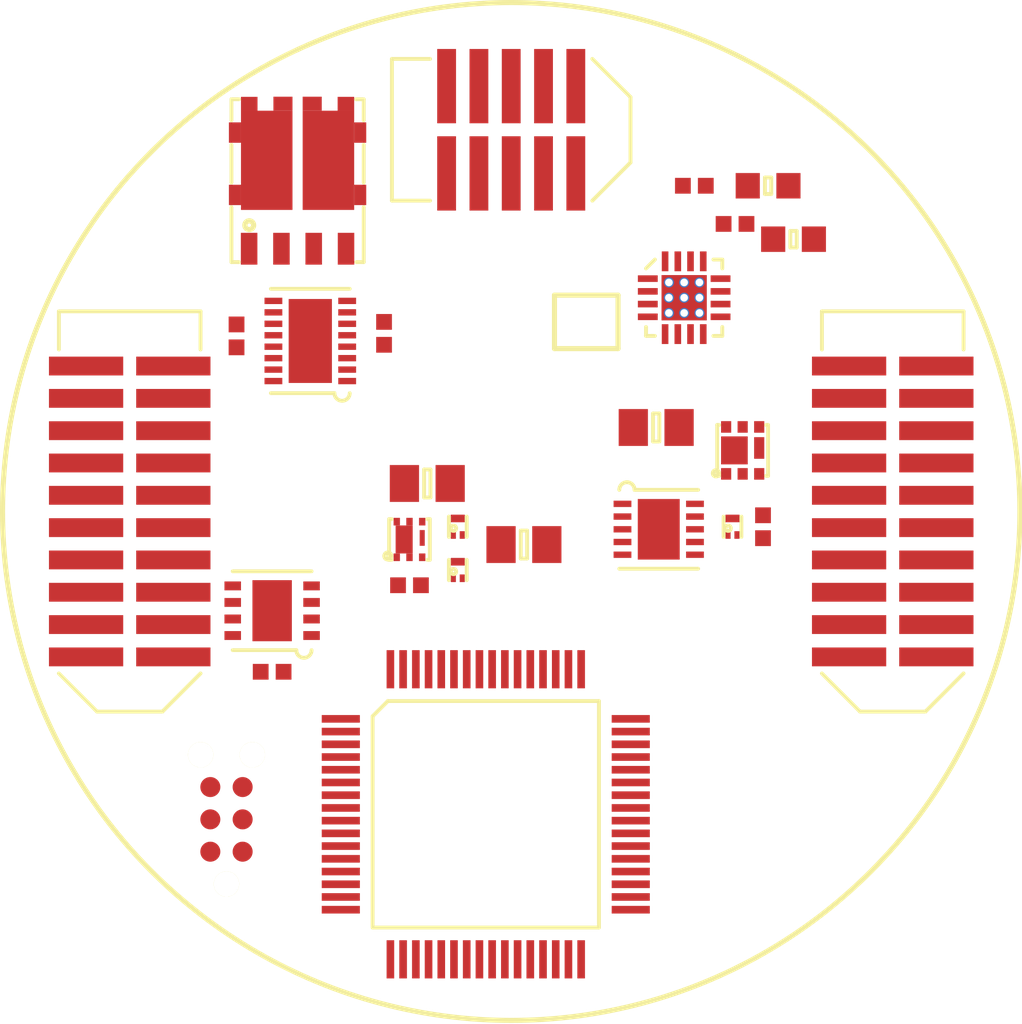
<source format=kicad_pcb>
(kicad_pcb (version 4) (host pcbnew 4.0.0-rc2-stable)

  (general
    (links 0)
    (no_connects 0)
    (area 0 0 0 0)
    (thickness 1.6)
    (drawings 5)
    (tracks 0)
    (zones 0)
    (modules 27)
    (nets 1)
  )

  (page A4)
  (layers
    (0 F.Cu signal)
    (31 B.Cu signal)
    (32 B.Adhes user)
    (33 F.Adhes user)
    (34 B.Paste user)
    (35 F.Paste user)
    (36 B.SilkS user)
    (37 F.SilkS user)
    (38 B.Mask user)
    (39 F.Mask user)
    (40 Dwgs.User user)
    (41 Cmts.User user)
    (42 Eco1.User user)
    (43 Eco2.User user)
    (44 Edge.Cuts user hide)
    (45 Margin user)
    (46 B.CrtYd user)
    (47 F.CrtYd user)
    (48 B.Fab user)
    (49 F.Fab user)
  )

  (setup
    (last_trace_width 0.28)
    (user_trace_width 0.2)
    (user_trace_width 0.28)
    (trace_clearance 0.2)
    (zone_clearance 0.508)
    (zone_45_only no)
    (trace_min 0.2)
    (segment_width 0.2)
    (edge_width 0.1)
    (via_size 0.6)
    (via_drill 0.4)
    (via_min_size 0.4)
    (via_min_drill 0.3)
    (uvia_size 0.3)
    (uvia_drill 0.1)
    (uvias_allowed no)
    (uvia_min_size 0.2)
    (uvia_min_drill 0.1)
    (pcb_text_width 0.3)
    (pcb_text_size 1.5 1.5)
    (mod_edge_width 0.15)
    (mod_text_size 1 1)
    (mod_text_width 0.15)
    (pad_size 1.5 1.5)
    (pad_drill 0.6)
    (pad_to_mask_clearance 0)
    (aux_axis_origin 0 0)
    (visible_elements FFFCFF7F)
    (pcbplotparams
      (layerselection 0x00030_80000001)
      (usegerberextensions false)
      (excludeedgelayer true)
      (linewidth 0.100000)
      (plotframeref false)
      (viasonmask false)
      (mode 1)
      (useauxorigin false)
      (hpglpennumber 1)
      (hpglpenspeed 20)
      (hpglpendiameter 15)
      (hpglpenoverlay 2)
      (psnegative false)
      (psa4output false)
      (plotreference true)
      (plotvalue true)
      (plotinvisibletext false)
      (padsonsilk false)
      (subtractmaskfromsilk false)
      (outputformat 1)
      (mirror false)
      (drillshape 1)
      (scaleselection 1)
      (outputdirectory ""))
  )

  (net 0 "")

  (net_class Default "This is the default net class."
    (clearance 0.2)
    (trace_width 0.25)
    (via_dia 0.6)
    (via_drill 0.4)
    (uvia_dia 0.3)
    (uvia_drill 0.1)
  )

  (module agg:0402 (layer F.Cu) (tedit 56836635) (tstamp 56E2DC24)
    (at 107.2 87.2)
    (fp_text reference REF** (at -1.71 0 90) (layer F.Fab)
      (effects (font (size 1 1) (thickness 0.15)))
    )
    (fp_text value 0402 (at 1.71 0 90) (layer F.Fab)
      (effects (font (size 1 1) (thickness 0.15)))
    )
    (fp_line (start -0.5 -0.25) (end 0.5 -0.25) (layer F.Fab) (width 0.01))
    (fp_line (start 0.5 -0.25) (end 0.5 0.25) (layer F.Fab) (width 0.01))
    (fp_line (start 0.5 0.25) (end -0.5 0.25) (layer F.Fab) (width 0.01))
    (fp_line (start -0.5 0.25) (end -0.5 -0.25) (layer F.Fab) (width 0.01))
    (fp_line (start -0.2 -0.25) (end -0.2 0.25) (layer F.Fab) (width 0.01))
    (fp_line (start 0.2 -0.25) (end 0.2 0.25) (layer F.Fab) (width 0.01))
    (fp_line (start -1.05 -0.6) (end 1.05 -0.6) (layer F.CrtYd) (width 0.01))
    (fp_line (start 1.05 -0.6) (end 1.05 0.6) (layer F.CrtYd) (width 0.01))
    (fp_line (start 1.05 0.6) (end -1.05 0.6) (layer F.CrtYd) (width 0.01))
    (fp_line (start -1.05 0.6) (end -1.05 -0.6) (layer F.CrtYd) (width 0.01))
    (pad 1 smd rect (at -0.45 0) (size 0.62 0.62) (layers F.Cu F.Paste F.Mask))
    (pad 2 smd rect (at 0.45 0) (size 0.62 0.62) (layers F.Cu F.Paste F.Mask))
  )

  (module agg:0603 (layer F.Cu) (tedit 56836635) (tstamp 56E2DC0D)
    (at 110.1 87.2)
    (fp_text reference REF** (at -2.225 0 90) (layer F.Fab)
      (effects (font (size 1 1) (thickness 0.15)))
    )
    (fp_text value 0603 (at 2.225 0 90) (layer F.Fab)
      (effects (font (size 1 1) (thickness 0.15)))
    )
    (fp_line (start -0.8 -0.4) (end 0.8 -0.4) (layer F.Fab) (width 0.01))
    (fp_line (start 0.8 -0.4) (end 0.8 0.4) (layer F.Fab) (width 0.01))
    (fp_line (start 0.8 0.4) (end -0.8 0.4) (layer F.Fab) (width 0.01))
    (fp_line (start -0.8 0.4) (end -0.8 -0.4) (layer F.Fab) (width 0.01))
    (fp_line (start -0.45 -0.4) (end -0.45 0.4) (layer F.Fab) (width 0.01))
    (fp_line (start 0.45 -0.4) (end 0.45 0.4) (layer F.Fab) (width 0.01))
    (fp_line (start -0.125 -0.325) (end 0.125 -0.325) (layer F.SilkS) (width 0.15))
    (fp_line (start 0.125 -0.325) (end 0.125 0.325) (layer F.SilkS) (width 0.15))
    (fp_line (start 0.125 0.325) (end -0.125 0.325) (layer F.SilkS) (width 0.15))
    (fp_line (start -0.125 0.325) (end -0.125 -0.325) (layer F.SilkS) (width 0.15))
    (fp_line (start -1.55 -0.75) (end 1.55 -0.75) (layer F.CrtYd) (width 0.01))
    (fp_line (start 1.55 -0.75) (end 1.55 0.75) (layer F.CrtYd) (width 0.01))
    (fp_line (start 1.55 0.75) (end -1.55 0.75) (layer F.CrtYd) (width 0.01))
    (fp_line (start -1.55 0.75) (end -1.55 -0.75) (layer F.CrtYd) (width 0.01))
    (pad 1 smd rect (at -0.8 0) (size 0.95 1) (layers F.Cu F.Paste F.Mask))
    (pad 2 smd rect (at 0.8 0) (size 0.95 1) (layers F.Cu F.Paste F.Mask))
  )

  (module agg:0402 (layer F.Cu) (tedit 56836635) (tstamp 56E28B5A)
    (at 109.9 100.6 90)
    (fp_text reference REF** (at -1.71 0 180) (layer F.Fab)
      (effects (font (size 1 1) (thickness 0.15)))
    )
    (fp_text value 0402 (at 1.71 0 180) (layer F.Fab)
      (effects (font (size 1 1) (thickness 0.15)))
    )
    (fp_line (start -0.5 -0.25) (end 0.5 -0.25) (layer F.Fab) (width 0.01))
    (fp_line (start 0.5 -0.25) (end 0.5 0.25) (layer F.Fab) (width 0.01))
    (fp_line (start 0.5 0.25) (end -0.5 0.25) (layer F.Fab) (width 0.01))
    (fp_line (start -0.5 0.25) (end -0.5 -0.25) (layer F.Fab) (width 0.01))
    (fp_line (start -0.2 -0.25) (end -0.2 0.25) (layer F.Fab) (width 0.01))
    (fp_line (start 0.2 -0.25) (end 0.2 0.25) (layer F.Fab) (width 0.01))
    (fp_line (start -1.05 -0.6) (end 1.05 -0.6) (layer F.CrtYd) (width 0.01))
    (fp_line (start 1.05 -0.6) (end 1.05 0.6) (layer F.CrtYd) (width 0.01))
    (fp_line (start 1.05 0.6) (end -1.05 0.6) (layer F.CrtYd) (width 0.01))
    (fp_line (start -1.05 0.6) (end -1.05 -0.6) (layer F.CrtYd) (width 0.01))
    (pad 1 smd rect (at -0.45 0 90) (size 0.62 0.62) (layers F.Cu F.Paste F.Mask))
    (pad 2 smd rect (at 0.45 0 90) (size 0.62 0.62) (layers F.Cu F.Paste F.Mask))
  )

  (module agg:0805 (layer F.Cu) (tedit 56836635) (tstamp 56E28B45)
    (at 105.7 96.7)
    (fp_text reference REF** (at -2.425 0 90) (layer F.Fab)
      (effects (font (size 1 1) (thickness 0.15)))
    )
    (fp_text value 0805 (at 2.425 0 90) (layer F.Fab)
      (effects (font (size 1 1) (thickness 0.15)))
    )
    (fp_line (start -1 -0.625) (end 1 -0.625) (layer F.Fab) (width 0.01))
    (fp_line (start 1 -0.625) (end 1 0.625) (layer F.Fab) (width 0.01))
    (fp_line (start 1 0.625) (end -1 0.625) (layer F.Fab) (width 0.01))
    (fp_line (start -1 0.625) (end -1 -0.625) (layer F.Fab) (width 0.01))
    (fp_line (start -0.5 -0.625) (end -0.5 0.625) (layer F.Fab) (width 0.01))
    (fp_line (start 0.5 -0.625) (end 0.5 0.625) (layer F.Fab) (width 0.01))
    (fp_line (start -0.125 -0.55) (end 0.125 -0.55) (layer F.SilkS) (width 0.15))
    (fp_line (start 0.125 -0.55) (end 0.125 0.55) (layer F.SilkS) (width 0.15))
    (fp_line (start 0.125 0.55) (end -0.125 0.55) (layer F.SilkS) (width 0.15))
    (fp_line (start -0.125 0.55) (end -0.125 -0.55) (layer F.SilkS) (width 0.15))
    (fp_line (start -1.75 -1) (end 1.75 -1) (layer F.CrtYd) (width 0.01))
    (fp_line (start 1.75 -1) (end 1.75 1) (layer F.CrtYd) (width 0.01))
    (fp_line (start 1.75 1) (end -1.75 1) (layer F.CrtYd) (width 0.01))
    (fp_line (start -1.75 1) (end -1.75 -1) (layer F.CrtYd) (width 0.01))
    (pad 1 smd rect (at -0.9 0) (size 1.15 1.45) (layers F.Cu F.Paste F.Mask))
    (pad 2 smd rect (at 0.9 0) (size 1.15 1.45) (layers F.Cu F.Paste F.Mask))
  )

  (module agg:VML1006 (layer F.Cu) (tedit 56DEFB64) (tstamp 56E28B32)
    (at 108.7 100.6)
    (fp_text reference REF** (at 0 1.5) (layer F.Fab)
      (effects (font (size 1 1) (thickness 0.15)))
    )
    (fp_text value VML1006 (at 0 -1.4) (layer F.Fab)
      (effects (font (size 1 1) (thickness 0.15)))
    )
    (fp_circle (center -0.17 0.06) (end -0.14 0.06) (layer F.SilkS) (width 0.15))
    (fp_line (start -0.35 -0.4) (end -0.35 0.4) (layer F.SilkS) (width 0.15))
    (fp_line (start 0.35 -0.4) (end 0.35 0.4) (layer F.SilkS) (width 0.15))
    (fp_line (start 0.55 -0.75) (end 0.55 0.75) (layer F.CrtYd) (width 0.01))
    (fp_line (start 0.55 0.75) (end -0.55 0.75) (layer F.CrtYd) (width 0.01))
    (fp_line (start -0.55 0.75) (end -0.55 -0.75) (layer F.CrtYd) (width 0.01))
    (fp_line (start -0.55 -0.75) (end 0.55 -0.75) (layer F.CrtYd) (width 0.01))
    (fp_line (start 0.3 -0.5) (end 0.3 0.5) (layer F.Fab) (width 0.01))
    (fp_line (start 0.3 0.5) (end -0.3 0.5) (layer F.Fab) (width 0.01))
    (fp_line (start -0.3 0.5) (end -0.3 -0.5) (layer F.Fab) (width 0.01))
    (fp_line (start -0.3 -0.5) (end 0.3 -0.5) (layer F.Fab) (width 0.01))
    (pad S smd rect (at 0.175 0.325) (size 0.2 0.3) (layers F.Cu F.Paste F.Mask))
    (pad G smd rect (at -0.175 0.325) (size 0.2 0.3) (layers F.Cu F.Paste F.Mask))
    (pad D smd rect (at 0 -0.325) (size 0.55 0.3) (layers F.Cu F.Paste F.Mask))
  )

  (module agg:0402 (layer F.Cu) (tedit 56836635) (tstamp 56E28B20)
    (at 90.6 106.3)
    (fp_text reference REF** (at -1.71 0 90) (layer F.Fab)
      (effects (font (size 1 1) (thickness 0.15)))
    )
    (fp_text value 0402 (at 1.71 0 90) (layer F.Fab)
      (effects (font (size 1 1) (thickness 0.15)))
    )
    (fp_line (start -0.5 -0.25) (end 0.5 -0.25) (layer F.Fab) (width 0.01))
    (fp_line (start 0.5 -0.25) (end 0.5 0.25) (layer F.Fab) (width 0.01))
    (fp_line (start 0.5 0.25) (end -0.5 0.25) (layer F.Fab) (width 0.01))
    (fp_line (start -0.5 0.25) (end -0.5 -0.25) (layer F.Fab) (width 0.01))
    (fp_line (start -0.2 -0.25) (end -0.2 0.25) (layer F.Fab) (width 0.01))
    (fp_line (start 0.2 -0.25) (end 0.2 0.25) (layer F.Fab) (width 0.01))
    (fp_line (start -1.05 -0.6) (end 1.05 -0.6) (layer F.CrtYd) (width 0.01))
    (fp_line (start 1.05 -0.6) (end 1.05 0.6) (layer F.CrtYd) (width 0.01))
    (fp_line (start 1.05 0.6) (end -1.05 0.6) (layer F.CrtYd) (width 0.01))
    (fp_line (start -1.05 0.6) (end -1.05 -0.6) (layer F.CrtYd) (width 0.01))
    (pad 1 smd rect (at -0.45 0) (size 0.62 0.62) (layers F.Cu F.Paste F.Mask))
    (pad 2 smd rect (at 0.45 0) (size 0.62 0.62) (layers F.Cu F.Paste F.Mask))
  )

  (module agg:0402 (layer F.Cu) (tedit 56836635) (tstamp 56E28AB0)
    (at 95 93 90)
    (fp_text reference REF** (at -1.71 0 180) (layer F.Fab)
      (effects (font (size 1 1) (thickness 0.15)))
    )
    (fp_text value 0402 (at 1.71 0 180) (layer F.Fab)
      (effects (font (size 1 1) (thickness 0.15)))
    )
    (fp_line (start -0.5 -0.25) (end 0.5 -0.25) (layer F.Fab) (width 0.01))
    (fp_line (start 0.5 -0.25) (end 0.5 0.25) (layer F.Fab) (width 0.01))
    (fp_line (start 0.5 0.25) (end -0.5 0.25) (layer F.Fab) (width 0.01))
    (fp_line (start -0.5 0.25) (end -0.5 -0.25) (layer F.Fab) (width 0.01))
    (fp_line (start -0.2 -0.25) (end -0.2 0.25) (layer F.Fab) (width 0.01))
    (fp_line (start 0.2 -0.25) (end 0.2 0.25) (layer F.Fab) (width 0.01))
    (fp_line (start -1.05 -0.6) (end 1.05 -0.6) (layer F.CrtYd) (width 0.01))
    (fp_line (start 1.05 -0.6) (end 1.05 0.6) (layer F.CrtYd) (width 0.01))
    (fp_line (start 1.05 0.6) (end -1.05 0.6) (layer F.CrtYd) (width 0.01))
    (fp_line (start -1.05 0.6) (end -1.05 -0.6) (layer F.CrtYd) (width 0.01))
    (pad 1 smd rect (at -0.45 0 90) (size 0.62 0.62) (layers F.Cu F.Paste F.Mask))
    (pad 2 smd rect (at 0.45 0 90) (size 0.62 0.62) (layers F.Cu F.Paste F.Mask))
  )

  (module agg:0805 (layer F.Cu) (tedit 56836635) (tstamp 56E260C0)
    (at 96.7 98.9)
    (fp_text reference REF** (at -2.425 0 90) (layer F.Fab)
      (effects (font (size 1 1) (thickness 0.15)))
    )
    (fp_text value 0805 (at 2.425 0 90) (layer F.Fab)
      (effects (font (size 1 1) (thickness 0.15)))
    )
    (fp_line (start -1 -0.625) (end 1 -0.625) (layer F.Fab) (width 0.01))
    (fp_line (start 1 -0.625) (end 1 0.625) (layer F.Fab) (width 0.01))
    (fp_line (start 1 0.625) (end -1 0.625) (layer F.Fab) (width 0.01))
    (fp_line (start -1 0.625) (end -1 -0.625) (layer F.Fab) (width 0.01))
    (fp_line (start -0.5 -0.625) (end -0.5 0.625) (layer F.Fab) (width 0.01))
    (fp_line (start 0.5 -0.625) (end 0.5 0.625) (layer F.Fab) (width 0.01))
    (fp_line (start -0.125 -0.55) (end 0.125 -0.55) (layer F.SilkS) (width 0.15))
    (fp_line (start 0.125 -0.55) (end 0.125 0.55) (layer F.SilkS) (width 0.15))
    (fp_line (start 0.125 0.55) (end -0.125 0.55) (layer F.SilkS) (width 0.15))
    (fp_line (start -0.125 0.55) (end -0.125 -0.55) (layer F.SilkS) (width 0.15))
    (fp_line (start -1.75 -1) (end 1.75 -1) (layer F.CrtYd) (width 0.01))
    (fp_line (start 1.75 -1) (end 1.75 1) (layer F.CrtYd) (width 0.01))
    (fp_line (start 1.75 1) (end -1.75 1) (layer F.CrtYd) (width 0.01))
    (fp_line (start -1.75 1) (end -1.75 -1) (layer F.CrtYd) (width 0.01))
    (pad 1 smd rect (at -0.9 0) (size 1.15 1.45) (layers F.Cu F.Paste F.Mask))
    (pad 2 smd rect (at 0.9 0) (size 1.15 1.45) (layers F.Cu F.Paste F.Mask))
  )

  (module agg:0402 (layer F.Cu) (tedit 56836635) (tstamp 56E24268)
    (at 96 102.9)
    (fp_text reference REF** (at -1.71 0 90) (layer F.Fab)
      (effects (font (size 1 1) (thickness 0.15)))
    )
    (fp_text value 0402 (at 1.71 0 90) (layer F.Fab)
      (effects (font (size 1 1) (thickness 0.15)))
    )
    (fp_line (start -0.5 -0.25) (end 0.5 -0.25) (layer F.Fab) (width 0.01))
    (fp_line (start 0.5 -0.25) (end 0.5 0.25) (layer F.Fab) (width 0.01))
    (fp_line (start 0.5 0.25) (end -0.5 0.25) (layer F.Fab) (width 0.01))
    (fp_line (start -0.5 0.25) (end -0.5 -0.25) (layer F.Fab) (width 0.01))
    (fp_line (start -0.2 -0.25) (end -0.2 0.25) (layer F.Fab) (width 0.01))
    (fp_line (start 0.2 -0.25) (end 0.2 0.25) (layer F.Fab) (width 0.01))
    (fp_line (start -1.05 -0.6) (end 1.05 -0.6) (layer F.CrtYd) (width 0.01))
    (fp_line (start 1.05 -0.6) (end 1.05 0.6) (layer F.CrtYd) (width 0.01))
    (fp_line (start 1.05 0.6) (end -1.05 0.6) (layer F.CrtYd) (width 0.01))
    (fp_line (start -1.05 0.6) (end -1.05 -0.6) (layer F.CrtYd) (width 0.01))
    (pad 1 smd rect (at -0.45 0) (size 0.62 0.62) (layers F.Cu F.Paste F.Mask))
    (pad 2 smd rect (at 0.45 0) (size 0.62 0.62) (layers F.Cu F.Paste F.Mask))
  )

  (module agg:VML1006 (layer F.Cu) (tedit 56DEFB64) (tstamp 56E24255)
    (at 97.9 102.3)
    (fp_text reference REF** (at 0 1.5) (layer F.Fab)
      (effects (font (size 1 1) (thickness 0.15)))
    )
    (fp_text value VML1006 (at 0 -1.4) (layer F.Fab)
      (effects (font (size 1 1) (thickness 0.15)))
    )
    (fp_circle (center -0.17 0.06) (end -0.14 0.06) (layer F.SilkS) (width 0.15))
    (fp_line (start -0.35 -0.4) (end -0.35 0.4) (layer F.SilkS) (width 0.15))
    (fp_line (start 0.35 -0.4) (end 0.35 0.4) (layer F.SilkS) (width 0.15))
    (fp_line (start 0.55 -0.75) (end 0.55 0.75) (layer F.CrtYd) (width 0.01))
    (fp_line (start 0.55 0.75) (end -0.55 0.75) (layer F.CrtYd) (width 0.01))
    (fp_line (start -0.55 0.75) (end -0.55 -0.75) (layer F.CrtYd) (width 0.01))
    (fp_line (start -0.55 -0.75) (end 0.55 -0.75) (layer F.CrtYd) (width 0.01))
    (fp_line (start 0.3 -0.5) (end 0.3 0.5) (layer F.Fab) (width 0.01))
    (fp_line (start 0.3 0.5) (end -0.3 0.5) (layer F.Fab) (width 0.01))
    (fp_line (start -0.3 0.5) (end -0.3 -0.5) (layer F.Fab) (width 0.01))
    (fp_line (start -0.3 -0.5) (end 0.3 -0.5) (layer F.Fab) (width 0.01))
    (pad S smd rect (at 0.175 0.325) (size 0.2 0.3) (layers F.Cu F.Paste F.Mask))
    (pad G smd rect (at -0.175 0.325) (size 0.2 0.3) (layers F.Cu F.Paste F.Mask))
    (pad D smd rect (at 0 -0.325) (size 0.55 0.3) (layers F.Cu F.Paste F.Mask))
  )

  (module agg:TFML-110-02-L-D (layer F.Cu) (tedit 56B15E0A) (tstamp 56E0A85D)
    (at 115 100 270)
    (fp_text reference REF** (at 0 -4.125 270) (layer F.Fab)
      (effects (font (size 1 1) (thickness 0.15)))
    )
    (fp_text value TFML-110-02-L-D (at 0 4.125 270) (layer F.Fab)
      (effects (font (size 1 1) (thickness 0.15)))
    )
    (fp_line (start -7.94 -2.86) (end 7.94 -2.86) (layer F.Fab) (width 0.01))
    (fp_line (start 7.94 -2.86) (end 7.94 2.86) (layer F.Fab) (width 0.01))
    (fp_line (start 7.94 2.86) (end -7.94 2.86) (layer F.Fab) (width 0.01))
    (fp_line (start -7.94 2.86) (end -7.94 -2.86) (layer F.Fab) (width 0.01))
    (fp_line (start -8.6 -3.45) (end 8.6 -3.45) (layer F.CrtYd) (width 0.01))
    (fp_line (start 8.6 -3.45) (end 8.6 3.45) (layer F.CrtYd) (width 0.01))
    (fp_line (start 8.6 3.45) (end -8.6 3.45) (layer F.CrtYd) (width 0.01))
    (fp_line (start -8.6 3.45) (end -8.6 -3.45) (layer F.CrtYd) (width 0.01))
    (fp_line (start -6.365 -2.785) (end -7.865 -2.785) (layer F.SilkS) (width 0.15))
    (fp_line (start -7.865 -2.785) (end -7.865 2.785) (layer F.SilkS) (width 0.15))
    (fp_line (start -7.865 2.785) (end -6.365 2.785) (layer F.SilkS) (width 0.15))
    (fp_line (start 6.365 2.785) (end 7.865 1.285) (layer F.SilkS) (width 0.15))
    (fp_line (start 7.865 1.285) (end 7.865 -1.285) (layer F.SilkS) (width 0.15))
    (fp_line (start 7.865 -1.285) (end 6.365 -2.785) (layer F.SilkS) (width 0.15))
    (pad 1 smd rect (at -5.715 1.715 270) (size 0.74 2.92) (layers F.Cu F.Paste F.Mask))
    (pad 2 smd rect (at -5.715 -1.715 270) (size 0.74 2.92) (layers F.Cu F.Paste F.Mask))
    (pad 3 smd rect (at -4.445 1.715 270) (size 0.74 2.92) (layers F.Cu F.Paste F.Mask))
    (pad 4 smd rect (at -4.445 -1.715 270) (size 0.74 2.92) (layers F.Cu F.Paste F.Mask))
    (pad 5 smd rect (at -3.175 1.715 270) (size 0.74 2.92) (layers F.Cu F.Paste F.Mask))
    (pad 6 smd rect (at -3.175 -1.715 270) (size 0.74 2.92) (layers F.Cu F.Paste F.Mask))
    (pad 7 smd rect (at -1.905 1.715 270) (size 0.74 2.92) (layers F.Cu F.Paste F.Mask))
    (pad 8 smd rect (at -1.905 -1.715 270) (size 0.74 2.92) (layers F.Cu F.Paste F.Mask))
    (pad 9 smd rect (at -0.635 1.715 270) (size 0.74 2.92) (layers F.Cu F.Paste F.Mask))
    (pad 10 smd rect (at -0.635 -1.715 270) (size 0.74 2.92) (layers F.Cu F.Paste F.Mask))
    (pad 11 smd rect (at 0.635 1.715 270) (size 0.74 2.92) (layers F.Cu F.Paste F.Mask))
    (pad 12 smd rect (at 0.635 -1.715 270) (size 0.74 2.92) (layers F.Cu F.Paste F.Mask))
    (pad 13 smd rect (at 1.905 1.715 270) (size 0.74 2.92) (layers F.Cu F.Paste F.Mask))
    (pad 14 smd rect (at 1.905 -1.715 270) (size 0.74 2.92) (layers F.Cu F.Paste F.Mask))
    (pad 15 smd rect (at 3.175 1.715 270) (size 0.74 2.92) (layers F.Cu F.Paste F.Mask))
    (pad 16 smd rect (at 3.175 -1.715 270) (size 0.74 2.92) (layers F.Cu F.Paste F.Mask))
    (pad 17 smd rect (at 4.445 1.715 270) (size 0.74 2.92) (layers F.Cu F.Paste F.Mask))
    (pad 18 smd rect (at 4.445 -1.715 270) (size 0.74 2.92) (layers F.Cu F.Paste F.Mask))
    (pad 19 smd rect (at 5.715 1.715 270) (size 0.74 2.92) (layers F.Cu F.Paste F.Mask))
    (pad 20 smd rect (at 5.715 -1.715 270) (size 0.74 2.92) (layers F.Cu F.Paste F.Mask))
  )

  (module agg:TFML-110-02-L-D (layer F.Cu) (tedit 56B15E0A) (tstamp 56E0A80E)
    (at 85 100 270)
    (fp_text reference REF** (at 0 -4.125 270) (layer F.Fab)
      (effects (font (size 1 1) (thickness 0.15)))
    )
    (fp_text value TFML-110-02-L-D (at 0 4.125 270) (layer F.Fab)
      (effects (font (size 1 1) (thickness 0.15)))
    )
    (fp_line (start -7.94 -2.86) (end 7.94 -2.86) (layer F.Fab) (width 0.01))
    (fp_line (start 7.94 -2.86) (end 7.94 2.86) (layer F.Fab) (width 0.01))
    (fp_line (start 7.94 2.86) (end -7.94 2.86) (layer F.Fab) (width 0.01))
    (fp_line (start -7.94 2.86) (end -7.94 -2.86) (layer F.Fab) (width 0.01))
    (fp_line (start -8.6 -3.45) (end 8.6 -3.45) (layer F.CrtYd) (width 0.01))
    (fp_line (start 8.6 -3.45) (end 8.6 3.45) (layer F.CrtYd) (width 0.01))
    (fp_line (start 8.6 3.45) (end -8.6 3.45) (layer F.CrtYd) (width 0.01))
    (fp_line (start -8.6 3.45) (end -8.6 -3.45) (layer F.CrtYd) (width 0.01))
    (fp_line (start -6.365 -2.785) (end -7.865 -2.785) (layer F.SilkS) (width 0.15))
    (fp_line (start -7.865 -2.785) (end -7.865 2.785) (layer F.SilkS) (width 0.15))
    (fp_line (start -7.865 2.785) (end -6.365 2.785) (layer F.SilkS) (width 0.15))
    (fp_line (start 6.365 2.785) (end 7.865 1.285) (layer F.SilkS) (width 0.15))
    (fp_line (start 7.865 1.285) (end 7.865 -1.285) (layer F.SilkS) (width 0.15))
    (fp_line (start 7.865 -1.285) (end 6.365 -2.785) (layer F.SilkS) (width 0.15))
    (pad 1 smd rect (at -5.715 1.715 270) (size 0.74 2.92) (layers F.Cu F.Paste F.Mask))
    (pad 2 smd rect (at -5.715 -1.715 270) (size 0.74 2.92) (layers F.Cu F.Paste F.Mask))
    (pad 3 smd rect (at -4.445 1.715 270) (size 0.74 2.92) (layers F.Cu F.Paste F.Mask))
    (pad 4 smd rect (at -4.445 -1.715 270) (size 0.74 2.92) (layers F.Cu F.Paste F.Mask))
    (pad 5 smd rect (at -3.175 1.715 270) (size 0.74 2.92) (layers F.Cu F.Paste F.Mask))
    (pad 6 smd rect (at -3.175 -1.715 270) (size 0.74 2.92) (layers F.Cu F.Paste F.Mask))
    (pad 7 smd rect (at -1.905 1.715 270) (size 0.74 2.92) (layers F.Cu F.Paste F.Mask))
    (pad 8 smd rect (at -1.905 -1.715 270) (size 0.74 2.92) (layers F.Cu F.Paste F.Mask))
    (pad 9 smd rect (at -0.635 1.715 270) (size 0.74 2.92) (layers F.Cu F.Paste F.Mask))
    (pad 10 smd rect (at -0.635 -1.715 270) (size 0.74 2.92) (layers F.Cu F.Paste F.Mask))
    (pad 11 smd rect (at 0.635 1.715 270) (size 0.74 2.92) (layers F.Cu F.Paste F.Mask))
    (pad 12 smd rect (at 0.635 -1.715 270) (size 0.74 2.92) (layers F.Cu F.Paste F.Mask))
    (pad 13 smd rect (at 1.905 1.715 270) (size 0.74 2.92) (layers F.Cu F.Paste F.Mask))
    (pad 14 smd rect (at 1.905 -1.715 270) (size 0.74 2.92) (layers F.Cu F.Paste F.Mask))
    (pad 15 smd rect (at 3.175 1.715 270) (size 0.74 2.92) (layers F.Cu F.Paste F.Mask))
    (pad 16 smd rect (at 3.175 -1.715 270) (size 0.74 2.92) (layers F.Cu F.Paste F.Mask))
    (pad 17 smd rect (at 4.445 1.715 270) (size 0.74 2.92) (layers F.Cu F.Paste F.Mask))
    (pad 18 smd rect (at 4.445 -1.715 270) (size 0.74 2.92) (layers F.Cu F.Paste F.Mask))
    (pad 19 smd rect (at 5.715 1.715 270) (size 0.74 2.92) (layers F.Cu F.Paste F.Mask))
    (pad 20 smd rect (at 5.715 -1.715 270) (size 0.74 2.92) (layers F.Cu F.Paste F.Mask))
  )

  (module agg:TFML-105-02-L-D (layer F.Cu) (tedit 56B15E0A) (tstamp 56E0C7A2)
    (at 100 85)
    (fp_text reference REF** (at 0 -4.125) (layer F.Fab)
      (effects (font (size 1 1) (thickness 0.15)))
    )
    (fp_text value TFML-105-02-L-D (at 0 4.125) (layer F.Fab)
      (effects (font (size 1 1) (thickness 0.15)))
    )
    (fp_line (start -4.765 -2.86) (end 4.765 -2.86) (layer F.Fab) (width 0.01))
    (fp_line (start 4.765 -2.86) (end 4.765 2.86) (layer F.Fab) (width 0.01))
    (fp_line (start 4.765 2.86) (end -4.765 2.86) (layer F.Fab) (width 0.01))
    (fp_line (start -4.765 2.86) (end -4.765 -2.86) (layer F.Fab) (width 0.01))
    (fp_line (start -5.4 -3.45) (end 5.4 -3.45) (layer F.CrtYd) (width 0.01))
    (fp_line (start 5.4 -3.45) (end 5.4 3.45) (layer F.CrtYd) (width 0.01))
    (fp_line (start 5.4 3.45) (end -5.4 3.45) (layer F.CrtYd) (width 0.01))
    (fp_line (start -5.4 3.45) (end -5.4 -3.45) (layer F.CrtYd) (width 0.01))
    (fp_line (start -3.19 -2.785) (end -4.69 -2.785) (layer F.SilkS) (width 0.15))
    (fp_line (start -4.69 -2.785) (end -4.69 2.785) (layer F.SilkS) (width 0.15))
    (fp_line (start -4.69 2.785) (end -3.19 2.785) (layer F.SilkS) (width 0.15))
    (fp_line (start 3.19 2.785) (end 4.69 1.285) (layer F.SilkS) (width 0.15))
    (fp_line (start 4.69 1.285) (end 4.69 -1.285) (layer F.SilkS) (width 0.15))
    (fp_line (start 4.69 -1.285) (end 3.19 -2.785) (layer F.SilkS) (width 0.15))
    (pad 1 smd rect (at -2.54 1.715) (size 0.74 2.92) (layers F.Cu F.Paste F.Mask))
    (pad 2 smd rect (at -2.54 -1.715) (size 0.74 2.92) (layers F.Cu F.Paste F.Mask))
    (pad 3 smd rect (at -1.27 1.715) (size 0.74 2.92) (layers F.Cu F.Paste F.Mask))
    (pad 4 smd rect (at -1.27 -1.715) (size 0.74 2.92) (layers F.Cu F.Paste F.Mask))
    (pad 5 smd rect (at 0 1.715) (size 0.74 2.92) (layers F.Cu F.Paste F.Mask))
    (pad 6 smd rect (at 0 -1.715) (size 0.74 2.92) (layers F.Cu F.Paste F.Mask))
    (pad 7 smd rect (at 1.27 1.715) (size 0.74 2.92) (layers F.Cu F.Paste F.Mask))
    (pad 8 smd rect (at 1.27 -1.715) (size 0.74 2.92) (layers F.Cu F.Paste F.Mask))
    (pad 9 smd rect (at 2.54 1.715) (size 0.74 2.92) (layers F.Cu F.Paste F.Mask))
    (pad 10 smd rect (at 2.54 -1.715) (size 0.74 2.92) (layers F.Cu F.Paste F.Mask))
  )

  (module agg:LQFP-64 (layer F.Cu) (tedit 5680BCD7) (tstamp 56E0E7F3)
    (at 99 111.9)
    (fp_text reference REF** (at 0 -7.4) (layer F.Fab)
      (effects (font (size 1 1) (thickness 0.15)))
    )
    (fp_text value LQFP-64 (at 0 7.4) (layer F.Fab)
      (effects (font (size 1 1) (thickness 0.15)))
    )
    (fp_line (start -5.1 -5.1) (end 5.1 -5.1) (layer F.Fab) (width 0.01))
    (fp_line (start 5.1 -5.1) (end 5.1 5.1) (layer F.Fab) (width 0.01))
    (fp_line (start 5.1 5.1) (end -5.1 5.1) (layer F.Fab) (width 0.01))
    (fp_line (start -5.1 5.1) (end -5.1 -5.1) (layer F.Fab) (width 0.01))
    (fp_circle (center -4.3 -4.3) (end -4.3 -3.9) (layer F.Fab) (width 0.01))
    (fp_line (start -6.1 -3.885) (end -5.1 -3.885) (layer F.Fab) (width 0.01))
    (fp_line (start -5.1 -3.615) (end -6.1 -3.615) (layer F.Fab) (width 0.01))
    (fp_line (start -6.1 -3.615) (end -6.1 -3.885) (layer F.Fab) (width 0.01))
    (fp_line (start -6.1 -3.385) (end -5.1 -3.385) (layer F.Fab) (width 0.01))
    (fp_line (start -5.1 -3.115) (end -6.1 -3.115) (layer F.Fab) (width 0.01))
    (fp_line (start -6.1 -3.115) (end -6.1 -3.385) (layer F.Fab) (width 0.01))
    (fp_line (start -6.1 -2.885) (end -5.1 -2.885) (layer F.Fab) (width 0.01))
    (fp_line (start -5.1 -2.615) (end -6.1 -2.615) (layer F.Fab) (width 0.01))
    (fp_line (start -6.1 -2.615) (end -6.1 -2.885) (layer F.Fab) (width 0.01))
    (fp_line (start -6.1 -2.385) (end -5.1 -2.385) (layer F.Fab) (width 0.01))
    (fp_line (start -5.1 -2.115) (end -6.1 -2.115) (layer F.Fab) (width 0.01))
    (fp_line (start -6.1 -2.115) (end -6.1 -2.385) (layer F.Fab) (width 0.01))
    (fp_line (start -6.1 -1.885) (end -5.1 -1.885) (layer F.Fab) (width 0.01))
    (fp_line (start -5.1 -1.615) (end -6.1 -1.615) (layer F.Fab) (width 0.01))
    (fp_line (start -6.1 -1.615) (end -6.1 -1.885) (layer F.Fab) (width 0.01))
    (fp_line (start -6.1 -1.385) (end -5.1 -1.385) (layer F.Fab) (width 0.01))
    (fp_line (start -5.1 -1.115) (end -6.1 -1.115) (layer F.Fab) (width 0.01))
    (fp_line (start -6.1 -1.115) (end -6.1 -1.385) (layer F.Fab) (width 0.01))
    (fp_line (start -6.1 -0.885) (end -5.1 -0.885) (layer F.Fab) (width 0.01))
    (fp_line (start -5.1 -0.615) (end -6.1 -0.615) (layer F.Fab) (width 0.01))
    (fp_line (start -6.1 -0.615) (end -6.1 -0.885) (layer F.Fab) (width 0.01))
    (fp_line (start -6.1 -0.385) (end -5.1 -0.385) (layer F.Fab) (width 0.01))
    (fp_line (start -5.1 -0.115) (end -6.1 -0.115) (layer F.Fab) (width 0.01))
    (fp_line (start -6.1 -0.115) (end -6.1 -0.385) (layer F.Fab) (width 0.01))
    (fp_line (start -6.1 0.115) (end -5.1 0.115) (layer F.Fab) (width 0.01))
    (fp_line (start -5.1 0.385) (end -6.1 0.385) (layer F.Fab) (width 0.01))
    (fp_line (start -6.1 0.385) (end -6.1 0.115) (layer F.Fab) (width 0.01))
    (fp_line (start -6.1 0.615) (end -5.1 0.615) (layer F.Fab) (width 0.01))
    (fp_line (start -5.1 0.885) (end -6.1 0.885) (layer F.Fab) (width 0.01))
    (fp_line (start -6.1 0.885) (end -6.1 0.615) (layer F.Fab) (width 0.01))
    (fp_line (start -6.1 1.115) (end -5.1 1.115) (layer F.Fab) (width 0.01))
    (fp_line (start -5.1 1.385) (end -6.1 1.385) (layer F.Fab) (width 0.01))
    (fp_line (start -6.1 1.385) (end -6.1 1.115) (layer F.Fab) (width 0.01))
    (fp_line (start -6.1 1.615) (end -5.1 1.615) (layer F.Fab) (width 0.01))
    (fp_line (start -5.1 1.885) (end -6.1 1.885) (layer F.Fab) (width 0.01))
    (fp_line (start -6.1 1.885) (end -6.1 1.615) (layer F.Fab) (width 0.01))
    (fp_line (start -6.1 2.115) (end -5.1 2.115) (layer F.Fab) (width 0.01))
    (fp_line (start -5.1 2.385) (end -6.1 2.385) (layer F.Fab) (width 0.01))
    (fp_line (start -6.1 2.385) (end -6.1 2.115) (layer F.Fab) (width 0.01))
    (fp_line (start -6.1 2.615) (end -5.1 2.615) (layer F.Fab) (width 0.01))
    (fp_line (start -5.1 2.885) (end -6.1 2.885) (layer F.Fab) (width 0.01))
    (fp_line (start -6.1 2.885) (end -6.1 2.615) (layer F.Fab) (width 0.01))
    (fp_line (start -6.1 3.115) (end -5.1 3.115) (layer F.Fab) (width 0.01))
    (fp_line (start -5.1 3.385) (end -6.1 3.385) (layer F.Fab) (width 0.01))
    (fp_line (start -6.1 3.385) (end -6.1 3.115) (layer F.Fab) (width 0.01))
    (fp_line (start -6.1 3.615) (end -5.1 3.615) (layer F.Fab) (width 0.01))
    (fp_line (start -5.1 3.885) (end -6.1 3.885) (layer F.Fab) (width 0.01))
    (fp_line (start -6.1 3.885) (end -6.1 3.615) (layer F.Fab) (width 0.01))
    (fp_line (start 5.1 3.615) (end 6.1 3.615) (layer F.Fab) (width 0.01))
    (fp_line (start 6.1 3.615) (end 6.1 3.885) (layer F.Fab) (width 0.01))
    (fp_line (start 6.1 3.885) (end 5.1 3.885) (layer F.Fab) (width 0.01))
    (fp_line (start 5.1 3.115) (end 6.1 3.115) (layer F.Fab) (width 0.01))
    (fp_line (start 6.1 3.115) (end 6.1 3.385) (layer F.Fab) (width 0.01))
    (fp_line (start 6.1 3.385) (end 5.1 3.385) (layer F.Fab) (width 0.01))
    (fp_line (start 5.1 2.615) (end 6.1 2.615) (layer F.Fab) (width 0.01))
    (fp_line (start 6.1 2.615) (end 6.1 2.885) (layer F.Fab) (width 0.01))
    (fp_line (start 6.1 2.885) (end 5.1 2.885) (layer F.Fab) (width 0.01))
    (fp_line (start 5.1 2.115) (end 6.1 2.115) (layer F.Fab) (width 0.01))
    (fp_line (start 6.1 2.115) (end 6.1 2.385) (layer F.Fab) (width 0.01))
    (fp_line (start 6.1 2.385) (end 5.1 2.385) (layer F.Fab) (width 0.01))
    (fp_line (start 5.1 1.615) (end 6.1 1.615) (layer F.Fab) (width 0.01))
    (fp_line (start 6.1 1.615) (end 6.1 1.885) (layer F.Fab) (width 0.01))
    (fp_line (start 6.1 1.885) (end 5.1 1.885) (layer F.Fab) (width 0.01))
    (fp_line (start 5.1 1.115) (end 6.1 1.115) (layer F.Fab) (width 0.01))
    (fp_line (start 6.1 1.115) (end 6.1 1.385) (layer F.Fab) (width 0.01))
    (fp_line (start 6.1 1.385) (end 5.1 1.385) (layer F.Fab) (width 0.01))
    (fp_line (start 5.1 0.615) (end 6.1 0.615) (layer F.Fab) (width 0.01))
    (fp_line (start 6.1 0.615) (end 6.1 0.885) (layer F.Fab) (width 0.01))
    (fp_line (start 6.1 0.885) (end 5.1 0.885) (layer F.Fab) (width 0.01))
    (fp_line (start 5.1 0.115) (end 6.1 0.115) (layer F.Fab) (width 0.01))
    (fp_line (start 6.1 0.115) (end 6.1 0.385) (layer F.Fab) (width 0.01))
    (fp_line (start 6.1 0.385) (end 5.1 0.385) (layer F.Fab) (width 0.01))
    (fp_line (start 5.1 -0.385) (end 6.1 -0.385) (layer F.Fab) (width 0.01))
    (fp_line (start 6.1 -0.385) (end 6.1 -0.115) (layer F.Fab) (width 0.01))
    (fp_line (start 6.1 -0.115) (end 5.1 -0.115) (layer F.Fab) (width 0.01))
    (fp_line (start 5.1 -0.885) (end 6.1 -0.885) (layer F.Fab) (width 0.01))
    (fp_line (start 6.1 -0.885) (end 6.1 -0.615) (layer F.Fab) (width 0.01))
    (fp_line (start 6.1 -0.615) (end 5.1 -0.615) (layer F.Fab) (width 0.01))
    (fp_line (start 5.1 -1.385) (end 6.1 -1.385) (layer F.Fab) (width 0.01))
    (fp_line (start 6.1 -1.385) (end 6.1 -1.115) (layer F.Fab) (width 0.01))
    (fp_line (start 6.1 -1.115) (end 5.1 -1.115) (layer F.Fab) (width 0.01))
    (fp_line (start 5.1 -1.885) (end 6.1 -1.885) (layer F.Fab) (width 0.01))
    (fp_line (start 6.1 -1.885) (end 6.1 -1.615) (layer F.Fab) (width 0.01))
    (fp_line (start 6.1 -1.615) (end 5.1 -1.615) (layer F.Fab) (width 0.01))
    (fp_line (start 5.1 -2.385) (end 6.1 -2.385) (layer F.Fab) (width 0.01))
    (fp_line (start 6.1 -2.385) (end 6.1 -2.115) (layer F.Fab) (width 0.01))
    (fp_line (start 6.1 -2.115) (end 5.1 -2.115) (layer F.Fab) (width 0.01))
    (fp_line (start 5.1 -2.885) (end 6.1 -2.885) (layer F.Fab) (width 0.01))
    (fp_line (start 6.1 -2.885) (end 6.1 -2.615) (layer F.Fab) (width 0.01))
    (fp_line (start 6.1 -2.615) (end 5.1 -2.615) (layer F.Fab) (width 0.01))
    (fp_line (start 5.1 -3.385) (end 6.1 -3.385) (layer F.Fab) (width 0.01))
    (fp_line (start 6.1 -3.385) (end 6.1 -3.115) (layer F.Fab) (width 0.01))
    (fp_line (start 6.1 -3.115) (end 5.1 -3.115) (layer F.Fab) (width 0.01))
    (fp_line (start 5.1 -3.885) (end 6.1 -3.885) (layer F.Fab) (width 0.01))
    (fp_line (start 6.1 -3.885) (end 6.1 -3.615) (layer F.Fab) (width 0.01))
    (fp_line (start 6.1 -3.615) (end 5.1 -3.615) (layer F.Fab) (width 0.01))
    (fp_line (start 3.615 -6.1) (end 3.885 -6.1) (layer F.Fab) (width 0.01))
    (fp_line (start 3.885 -6.1) (end 3.885 -5.1) (layer F.Fab) (width 0.01))
    (fp_line (start 3.615 -5.1) (end 3.615 -6.1) (layer F.Fab) (width 0.01))
    (fp_line (start 3.115 -6.1) (end 3.385 -6.1) (layer F.Fab) (width 0.01))
    (fp_line (start 3.385 -6.1) (end 3.385 -5.1) (layer F.Fab) (width 0.01))
    (fp_line (start 3.115 -5.1) (end 3.115 -6.1) (layer F.Fab) (width 0.01))
    (fp_line (start 2.615 -6.1) (end 2.885 -6.1) (layer F.Fab) (width 0.01))
    (fp_line (start 2.885 -6.1) (end 2.885 -5.1) (layer F.Fab) (width 0.01))
    (fp_line (start 2.615 -5.1) (end 2.615 -6.1) (layer F.Fab) (width 0.01))
    (fp_line (start 2.115 -6.1) (end 2.385 -6.1) (layer F.Fab) (width 0.01))
    (fp_line (start 2.385 -6.1) (end 2.385 -5.1) (layer F.Fab) (width 0.01))
    (fp_line (start 2.115 -5.1) (end 2.115 -6.1) (layer F.Fab) (width 0.01))
    (fp_line (start 1.615 -6.1) (end 1.885 -6.1) (layer F.Fab) (width 0.01))
    (fp_line (start 1.885 -6.1) (end 1.885 -5.1) (layer F.Fab) (width 0.01))
    (fp_line (start 1.615 -5.1) (end 1.615 -6.1) (layer F.Fab) (width 0.01))
    (fp_line (start 1.115 -6.1) (end 1.385 -6.1) (layer F.Fab) (width 0.01))
    (fp_line (start 1.385 -6.1) (end 1.385 -5.1) (layer F.Fab) (width 0.01))
    (fp_line (start 1.115 -5.1) (end 1.115 -6.1) (layer F.Fab) (width 0.01))
    (fp_line (start 0.615 -6.1) (end 0.885 -6.1) (layer F.Fab) (width 0.01))
    (fp_line (start 0.885 -6.1) (end 0.885 -5.1) (layer F.Fab) (width 0.01))
    (fp_line (start 0.615 -5.1) (end 0.615 -6.1) (layer F.Fab) (width 0.01))
    (fp_line (start 0.115 -6.1) (end 0.385 -6.1) (layer F.Fab) (width 0.01))
    (fp_line (start 0.385 -6.1) (end 0.385 -5.1) (layer F.Fab) (width 0.01))
    (fp_line (start 0.115 -5.1) (end 0.115 -6.1) (layer F.Fab) (width 0.01))
    (fp_line (start -0.385 -6.1) (end -0.115 -6.1) (layer F.Fab) (width 0.01))
    (fp_line (start -0.115 -6.1) (end -0.115 -5.1) (layer F.Fab) (width 0.01))
    (fp_line (start -0.385 -5.1) (end -0.385 -6.1) (layer F.Fab) (width 0.01))
    (fp_line (start -0.885 -6.1) (end -0.615 -6.1) (layer F.Fab) (width 0.01))
    (fp_line (start -0.615 -6.1) (end -0.615 -5.1) (layer F.Fab) (width 0.01))
    (fp_line (start -0.885 -5.1) (end -0.885 -6.1) (layer F.Fab) (width 0.01))
    (fp_line (start -1.385 -6.1) (end -1.115 -6.1) (layer F.Fab) (width 0.01))
    (fp_line (start -1.115 -6.1) (end -1.115 -5.1) (layer F.Fab) (width 0.01))
    (fp_line (start -1.385 -5.1) (end -1.385 -6.1) (layer F.Fab) (width 0.01))
    (fp_line (start -1.885 -6.1) (end -1.615 -6.1) (layer F.Fab) (width 0.01))
    (fp_line (start -1.615 -6.1) (end -1.615 -5.1) (layer F.Fab) (width 0.01))
    (fp_line (start -1.885 -5.1) (end -1.885 -6.1) (layer F.Fab) (width 0.01))
    (fp_line (start -2.385 -6.1) (end -2.115 -6.1) (layer F.Fab) (width 0.01))
    (fp_line (start -2.115 -6.1) (end -2.115 -5.1) (layer F.Fab) (width 0.01))
    (fp_line (start -2.385 -5.1) (end -2.385 -6.1) (layer F.Fab) (width 0.01))
    (fp_line (start -2.885 -6.1) (end -2.615 -6.1) (layer F.Fab) (width 0.01))
    (fp_line (start -2.615 -6.1) (end -2.615 -5.1) (layer F.Fab) (width 0.01))
    (fp_line (start -2.885 -5.1) (end -2.885 -6.1) (layer F.Fab) (width 0.01))
    (fp_line (start -3.385 -6.1) (end -3.115 -6.1) (layer F.Fab) (width 0.01))
    (fp_line (start -3.115 -6.1) (end -3.115 -5.1) (layer F.Fab) (width 0.01))
    (fp_line (start -3.385 -5.1) (end -3.385 -6.1) (layer F.Fab) (width 0.01))
    (fp_line (start -3.885 -6.1) (end -3.615 -6.1) (layer F.Fab) (width 0.01))
    (fp_line (start -3.615 -6.1) (end -3.615 -5.1) (layer F.Fab) (width 0.01))
    (fp_line (start -3.885 -5.1) (end -3.885 -6.1) (layer F.Fab) (width 0.01))
    (fp_line (start -3.615 5.1) (end -3.615 6.1) (layer F.Fab) (width 0.01))
    (fp_line (start -3.615 6.1) (end -3.885 6.1) (layer F.Fab) (width 0.01))
    (fp_line (start -3.885 6.1) (end -3.885 5.1) (layer F.Fab) (width 0.01))
    (fp_line (start -3.115 5.1) (end -3.115 6.1) (layer F.Fab) (width 0.01))
    (fp_line (start -3.115 6.1) (end -3.385 6.1) (layer F.Fab) (width 0.01))
    (fp_line (start -3.385 6.1) (end -3.385 5.1) (layer F.Fab) (width 0.01))
    (fp_line (start -2.615 5.1) (end -2.615 6.1) (layer F.Fab) (width 0.01))
    (fp_line (start -2.615 6.1) (end -2.885 6.1) (layer F.Fab) (width 0.01))
    (fp_line (start -2.885 6.1) (end -2.885 5.1) (layer F.Fab) (width 0.01))
    (fp_line (start -2.115 5.1) (end -2.115 6.1) (layer F.Fab) (width 0.01))
    (fp_line (start -2.115 6.1) (end -2.385 6.1) (layer F.Fab) (width 0.01))
    (fp_line (start -2.385 6.1) (end -2.385 5.1) (layer F.Fab) (width 0.01))
    (fp_line (start -1.615 5.1) (end -1.615 6.1) (layer F.Fab) (width 0.01))
    (fp_line (start -1.615 6.1) (end -1.885 6.1) (layer F.Fab) (width 0.01))
    (fp_line (start -1.885 6.1) (end -1.885 5.1) (layer F.Fab) (width 0.01))
    (fp_line (start -1.115 5.1) (end -1.115 6.1) (layer F.Fab) (width 0.01))
    (fp_line (start -1.115 6.1) (end -1.385 6.1) (layer F.Fab) (width 0.01))
    (fp_line (start -1.385 6.1) (end -1.385 5.1) (layer F.Fab) (width 0.01))
    (fp_line (start -0.615 5.1) (end -0.615 6.1) (layer F.Fab) (width 0.01))
    (fp_line (start -0.615 6.1) (end -0.885 6.1) (layer F.Fab) (width 0.01))
    (fp_line (start -0.885 6.1) (end -0.885 5.1) (layer F.Fab) (width 0.01))
    (fp_line (start -0.115 5.1) (end -0.115 6.1) (layer F.Fab) (width 0.01))
    (fp_line (start -0.115 6.1) (end -0.385 6.1) (layer F.Fab) (width 0.01))
    (fp_line (start -0.385 6.1) (end -0.385 5.1) (layer F.Fab) (width 0.01))
    (fp_line (start 0.385 5.1) (end 0.385 6.1) (layer F.Fab) (width 0.01))
    (fp_line (start 0.385 6.1) (end 0.115 6.1) (layer F.Fab) (width 0.01))
    (fp_line (start 0.115 6.1) (end 0.115 5.1) (layer F.Fab) (width 0.01))
    (fp_line (start 0.885 5.1) (end 0.885 6.1) (layer F.Fab) (width 0.01))
    (fp_line (start 0.885 6.1) (end 0.615 6.1) (layer F.Fab) (width 0.01))
    (fp_line (start 0.615 6.1) (end 0.615 5.1) (layer F.Fab) (width 0.01))
    (fp_line (start 1.385 5.1) (end 1.385 6.1) (layer F.Fab) (width 0.01))
    (fp_line (start 1.385 6.1) (end 1.115 6.1) (layer F.Fab) (width 0.01))
    (fp_line (start 1.115 6.1) (end 1.115 5.1) (layer F.Fab) (width 0.01))
    (fp_line (start 1.885 5.1) (end 1.885 6.1) (layer F.Fab) (width 0.01))
    (fp_line (start 1.885 6.1) (end 1.615 6.1) (layer F.Fab) (width 0.01))
    (fp_line (start 1.615 6.1) (end 1.615 5.1) (layer F.Fab) (width 0.01))
    (fp_line (start 2.385 5.1) (end 2.385 6.1) (layer F.Fab) (width 0.01))
    (fp_line (start 2.385 6.1) (end 2.115 6.1) (layer F.Fab) (width 0.01))
    (fp_line (start 2.115 6.1) (end 2.115 5.1) (layer F.Fab) (width 0.01))
    (fp_line (start 2.885 5.1) (end 2.885 6.1) (layer F.Fab) (width 0.01))
    (fp_line (start 2.885 6.1) (end 2.615 6.1) (layer F.Fab) (width 0.01))
    (fp_line (start 2.615 6.1) (end 2.615 5.1) (layer F.Fab) (width 0.01))
    (fp_line (start 3.385 5.1) (end 3.385 6.1) (layer F.Fab) (width 0.01))
    (fp_line (start 3.385 6.1) (end 3.115 6.1) (layer F.Fab) (width 0.01))
    (fp_line (start 3.115 6.1) (end 3.115 5.1) (layer F.Fab) (width 0.01))
    (fp_line (start 3.885 5.1) (end 3.885 6.1) (layer F.Fab) (width 0.01))
    (fp_line (start 3.885 6.1) (end 3.615 6.1) (layer F.Fab) (width 0.01))
    (fp_line (start 3.615 6.1) (end 3.615 5.1) (layer F.Fab) (width 0.01))
    (fp_line (start -3.85 -4.45) (end 4.45 -4.45) (layer F.SilkS) (width 0.15))
    (fp_line (start 4.45 -4.45) (end 4.45 4.45) (layer F.SilkS) (width 0.15))
    (fp_line (start 4.45 4.45) (end -4.45 4.45) (layer F.SilkS) (width 0.15))
    (fp_line (start -4.45 4.45) (end -4.45 -3.85) (layer F.SilkS) (width 0.15))
    (fp_line (start -4.45 -3.85) (end -3.85 -4.45) (layer F.SilkS) (width 0.15))
    (fp_line (start -6.7 -6.7) (end 6.7 -6.7) (layer F.CrtYd) (width 0.01))
    (fp_line (start 6.7 -6.7) (end 6.7 6.7) (layer F.CrtYd) (width 0.01))
    (fp_line (start 6.7 6.7) (end -6.7 6.7) (layer F.CrtYd) (width 0.01))
    (fp_line (start -6.7 6.7) (end -6.7 -6.7) (layer F.CrtYd) (width 0.01))
    (pad 1 smd rect (at -5.7 -3.75) (size 1.5 0.3) (layers F.Cu F.Paste F.Mask))
    (pad 2 smd rect (at -5.7 -3.25) (size 1.5 0.3) (layers F.Cu F.Paste F.Mask))
    (pad 3 smd rect (at -5.7 -2.75) (size 1.5 0.3) (layers F.Cu F.Paste F.Mask))
    (pad 4 smd rect (at -5.7 -2.25) (size 1.5 0.3) (layers F.Cu F.Paste F.Mask))
    (pad 5 smd rect (at -5.7 -1.75) (size 1.5 0.3) (layers F.Cu F.Paste F.Mask))
    (pad 6 smd rect (at -5.7 -1.25) (size 1.5 0.3) (layers F.Cu F.Paste F.Mask))
    (pad 7 smd rect (at -5.7 -0.75) (size 1.5 0.3) (layers F.Cu F.Paste F.Mask))
    (pad 8 smd rect (at -5.7 -0.25) (size 1.5 0.3) (layers F.Cu F.Paste F.Mask))
    (pad 9 smd rect (at -5.7 0.25) (size 1.5 0.3) (layers F.Cu F.Paste F.Mask))
    (pad 10 smd rect (at -5.7 0.75) (size 1.5 0.3) (layers F.Cu F.Paste F.Mask))
    (pad 11 smd rect (at -5.7 1.25) (size 1.5 0.3) (layers F.Cu F.Paste F.Mask))
    (pad 12 smd rect (at -5.7 1.75) (size 1.5 0.3) (layers F.Cu F.Paste F.Mask))
    (pad 13 smd rect (at -5.7 2.25) (size 1.5 0.3) (layers F.Cu F.Paste F.Mask))
    (pad 14 smd rect (at -5.7 2.75) (size 1.5 0.3) (layers F.Cu F.Paste F.Mask))
    (pad 15 smd rect (at -5.7 3.25) (size 1.5 0.3) (layers F.Cu F.Paste F.Mask))
    (pad 16 smd rect (at -5.7 3.75) (size 1.5 0.3) (layers F.Cu F.Paste F.Mask))
    (pad 17 smd rect (at -3.75 5.7) (size 0.3 1.5) (layers F.Cu F.Paste F.Mask))
    (pad 18 smd rect (at -3.25 5.7) (size 0.3 1.5) (layers F.Cu F.Paste F.Mask))
    (pad 19 smd rect (at -2.75 5.7) (size 0.3 1.5) (layers F.Cu F.Paste F.Mask))
    (pad 20 smd rect (at -2.25 5.7) (size 0.3 1.5) (layers F.Cu F.Paste F.Mask))
    (pad 21 smd rect (at -1.75 5.7) (size 0.3 1.5) (layers F.Cu F.Paste F.Mask))
    (pad 22 smd rect (at -1.25 5.7) (size 0.3 1.5) (layers F.Cu F.Paste F.Mask))
    (pad 23 smd rect (at -0.75 5.7) (size 0.3 1.5) (layers F.Cu F.Paste F.Mask))
    (pad 24 smd rect (at -0.25 5.7) (size 0.3 1.5) (layers F.Cu F.Paste F.Mask))
    (pad 25 smd rect (at 0.25 5.7) (size 0.3 1.5) (layers F.Cu F.Paste F.Mask))
    (pad 26 smd rect (at 0.75 5.7) (size 0.3 1.5) (layers F.Cu F.Paste F.Mask))
    (pad 27 smd rect (at 1.25 5.7) (size 0.3 1.5) (layers F.Cu F.Paste F.Mask))
    (pad 28 smd rect (at 1.75 5.7) (size 0.3 1.5) (layers F.Cu F.Paste F.Mask))
    (pad 29 smd rect (at 2.25 5.7) (size 0.3 1.5) (layers F.Cu F.Paste F.Mask))
    (pad 30 smd rect (at 2.75 5.7) (size 0.3 1.5) (layers F.Cu F.Paste F.Mask))
    (pad 31 smd rect (at 3.25 5.7) (size 0.3 1.5) (layers F.Cu F.Paste F.Mask))
    (pad 32 smd rect (at 3.75 5.7) (size 0.3 1.5) (layers F.Cu F.Paste F.Mask))
    (pad 33 smd rect (at 5.7 3.75) (size 1.5 0.3) (layers F.Cu F.Paste F.Mask))
    (pad 34 smd rect (at 5.7 3.25) (size 1.5 0.3) (layers F.Cu F.Paste F.Mask))
    (pad 35 smd rect (at 5.7 2.75) (size 1.5 0.3) (layers F.Cu F.Paste F.Mask))
    (pad 36 smd rect (at 5.7 2.25) (size 1.5 0.3) (layers F.Cu F.Paste F.Mask))
    (pad 37 smd rect (at 5.7 1.75) (size 1.5 0.3) (layers F.Cu F.Paste F.Mask))
    (pad 38 smd rect (at 5.7 1.25) (size 1.5 0.3) (layers F.Cu F.Paste F.Mask))
    (pad 39 smd rect (at 5.7 0.75) (size 1.5 0.3) (layers F.Cu F.Paste F.Mask))
    (pad 40 smd rect (at 5.7 0.25) (size 1.5 0.3) (layers F.Cu F.Paste F.Mask))
    (pad 41 smd rect (at 5.7 -0.25) (size 1.5 0.3) (layers F.Cu F.Paste F.Mask))
    (pad 42 smd rect (at 5.7 -0.75) (size 1.5 0.3) (layers F.Cu F.Paste F.Mask))
    (pad 43 smd rect (at 5.7 -1.25) (size 1.5 0.3) (layers F.Cu F.Paste F.Mask))
    (pad 44 smd rect (at 5.7 -1.75) (size 1.5 0.3) (layers F.Cu F.Paste F.Mask))
    (pad 45 smd rect (at 5.7 -2.25) (size 1.5 0.3) (layers F.Cu F.Paste F.Mask))
    (pad 46 smd rect (at 5.7 -2.75) (size 1.5 0.3) (layers F.Cu F.Paste F.Mask))
    (pad 47 smd rect (at 5.7 -3.25) (size 1.5 0.3) (layers F.Cu F.Paste F.Mask))
    (pad 48 smd rect (at 5.7 -3.75) (size 1.5 0.3) (layers F.Cu F.Paste F.Mask))
    (pad 49 smd rect (at 3.75 -5.7) (size 0.3 1.5) (layers F.Cu F.Paste F.Mask))
    (pad 50 smd rect (at 3.25 -5.7) (size 0.3 1.5) (layers F.Cu F.Paste F.Mask))
    (pad 51 smd rect (at 2.75 -5.7) (size 0.3 1.5) (layers F.Cu F.Paste F.Mask))
    (pad 52 smd rect (at 2.25 -5.7) (size 0.3 1.5) (layers F.Cu F.Paste F.Mask))
    (pad 53 smd rect (at 1.75 -5.7) (size 0.3 1.5) (layers F.Cu F.Paste F.Mask))
    (pad 54 smd rect (at 1.25 -5.7) (size 0.3 1.5) (layers F.Cu F.Paste F.Mask))
    (pad 55 smd rect (at 0.75 -5.7) (size 0.3 1.5) (layers F.Cu F.Paste F.Mask))
    (pad 56 smd rect (at 0.25 -5.7) (size 0.3 1.5) (layers F.Cu F.Paste F.Mask))
    (pad 57 smd rect (at -0.25 -5.7) (size 0.3 1.5) (layers F.Cu F.Paste F.Mask))
    (pad 58 smd rect (at -0.75 -5.7) (size 0.3 1.5) (layers F.Cu F.Paste F.Mask))
    (pad 59 smd rect (at -1.25 -5.7) (size 0.3 1.5) (layers F.Cu F.Paste F.Mask))
    (pad 60 smd rect (at -1.75 -5.7) (size 0.3 1.5) (layers F.Cu F.Paste F.Mask))
    (pad 61 smd rect (at -2.25 -5.7) (size 0.3 1.5) (layers F.Cu F.Paste F.Mask))
    (pad 62 smd rect (at -2.75 -5.7) (size 0.3 1.5) (layers F.Cu F.Paste F.Mask))
    (pad 63 smd rect (at -3.25 -5.7) (size 0.3 1.5) (layers F.Cu F.Paste F.Mask))
    (pad 64 smd rect (at -3.75 -5.7) (size 0.3 1.5) (layers F.Cu F.Paste F.Mask))
  )

  (module agg:DFN-8-EP-MICROCHIP (layer F.Cu) (tedit 56B170E7) (tstamp 56E109EE)
    (at 90.6 103.9 180)
    (fp_text reference REF** (at 0 -2.5 180) (layer F.Fab)
      (effects (font (size 1 1) (thickness 0.15)))
    )
    (fp_text value DFN-8-EP-MICROCHIP (at 0 2.5 180) (layer F.Fab)
      (effects (font (size 1 1) (thickness 0.15)))
    )
    (fp_line (start -1.55 -1.55) (end 1.55 -1.55) (layer F.Fab) (width 0.01))
    (fp_line (start 1.55 -1.55) (end 1.55 1.55) (layer F.Fab) (width 0.01))
    (fp_line (start 1.55 1.55) (end -1.55 1.55) (layer F.Fab) (width 0.01))
    (fp_line (start -1.55 1.55) (end -1.55 -1.55) (layer F.Fab) (width 0.01))
    (fp_circle (center -0.75 -0.75) (end -0.75 -0.35) (layer F.Fab) (width 0.01))
    (fp_line (start -1.25 -1.125) (end -1.55 -1.125) (layer F.Fab) (width 0.01))
    (fp_line (start -1.55 -0.825) (end -1.25 -0.825) (layer F.Fab) (width 0.01))
    (fp_line (start -1.25 -0.825) (end -1.25 -1.125) (layer F.Fab) (width 0.01))
    (fp_line (start -1.25 -0.475) (end -1.55 -0.475) (layer F.Fab) (width 0.01))
    (fp_line (start -1.55 -0.175) (end -1.25 -0.175) (layer F.Fab) (width 0.01))
    (fp_line (start -1.25 -0.175) (end -1.25 -0.475) (layer F.Fab) (width 0.01))
    (fp_line (start -1.25 0.175) (end -1.55 0.175) (layer F.Fab) (width 0.01))
    (fp_line (start -1.55 0.475) (end -1.25 0.475) (layer F.Fab) (width 0.01))
    (fp_line (start -1.25 0.475) (end -1.25 0.175) (layer F.Fab) (width 0.01))
    (fp_line (start -1.25 0.825) (end -1.55 0.825) (layer F.Fab) (width 0.01))
    (fp_line (start -1.55 1.125) (end -1.25 1.125) (layer F.Fab) (width 0.01))
    (fp_line (start -1.25 1.125) (end -1.25 0.825) (layer F.Fab) (width 0.01))
    (fp_line (start 1.55 0.825) (end 1.25 0.825) (layer F.Fab) (width 0.01))
    (fp_line (start 1.25 0.825) (end 1.25 1.125) (layer F.Fab) (width 0.01))
    (fp_line (start 1.25 1.125) (end 1.55 1.125) (layer F.Fab) (width 0.01))
    (fp_line (start 1.55 0.175) (end 1.25 0.175) (layer F.Fab) (width 0.01))
    (fp_line (start 1.25 0.175) (end 1.25 0.475) (layer F.Fab) (width 0.01))
    (fp_line (start 1.25 0.475) (end 1.55 0.475) (layer F.Fab) (width 0.01))
    (fp_line (start 1.55 -0.475) (end 1.25 -0.475) (layer F.Fab) (width 0.01))
    (fp_line (start 1.25 -0.475) (end 1.25 -0.175) (layer F.Fab) (width 0.01))
    (fp_line (start 1.25 -0.175) (end 1.55 -0.175) (layer F.Fab) (width 0.01))
    (fp_line (start 1.55 -1.125) (end 1.25 -1.125) (layer F.Fab) (width 0.01))
    (fp_line (start 1.25 -1.125) (end 1.25 -0.825) (layer F.Fab) (width 0.01))
    (fp_line (start 1.25 -0.825) (end 1.55 -0.825) (layer F.Fab) (width 0.01))
    (fp_line (start -0.95 -1.55) (end 1.55 -1.55) (layer F.SilkS) (width 0.15))
    (fp_line (start -1.55 1.55) (end 1.55 1.55) (layer F.SilkS) (width 0.15))
    (fp_arc (start -1.25 -1.55) (end -1.55 -1.55) (angle 180) (layer F.SilkS) (width 0.15))
    (fp_line (start -2.15 -1.8) (end 2.15 -1.8) (layer F.CrtYd) (width 0.01))
    (fp_line (start 2.15 -1.8) (end 2.15 1.8) (layer F.CrtYd) (width 0.01))
    (fp_line (start 2.15 1.8) (end -2.15 1.8) (layer F.CrtYd) (width 0.01))
    (fp_line (start -2.15 1.8) (end -2.15 -1.8) (layer F.CrtYd) (width 0.01))
    (pad 1 smd rect (at -1.55 -0.975 180) (size 0.65 0.35) (layers F.Cu F.Paste F.Mask))
    (pad 2 smd rect (at -1.55 -0.325 180) (size 0.65 0.35) (layers F.Cu F.Paste F.Mask))
    (pad 3 smd rect (at -1.55 0.325 180) (size 0.65 0.35) (layers F.Cu F.Paste F.Mask))
    (pad 4 smd rect (at -1.55 0.975 180) (size 0.65 0.35) (layers F.Cu F.Paste F.Mask))
    (pad 5 smd rect (at 1.55 0.975 180) (size 0.65 0.35) (layers F.Cu F.Paste F.Mask))
    (pad 6 smd rect (at 1.55 0.325 180) (size 0.65 0.35) (layers F.Cu F.Paste F.Mask))
    (pad 7 smd rect (at 1.55 -0.325 180) (size 0.65 0.35) (layers F.Cu F.Paste F.Mask))
    (pad 8 smd rect (at 1.55 -0.975 180) (size 0.65 0.35) (layers F.Cu F.Paste F.Mask))
    (pad EP smd rect (at 0 -0.6 180) (size 0.8 0.8) (layers F.Cu F.Mask)
      (solder_mask_margin 0.001))
    (pad EP smd rect (at 0 0.6 180) (size 0.8 0.8) (layers F.Cu F.Mask)
      (solder_mask_margin 0.001))
    (pad EP smd rect (at 0 -0.6 180) (size 0.8 0.8) (layers F.Cu F.Paste)
      (solder_paste_margin 0.001))
    (pad EP smd rect (at 0 0.6 180) (size 0.8 0.8) (layers F.Cu F.Paste)
      (solder_paste_margin 0.001))
    (pad EP smd rect (at 0 0 180) (size 1.55 2.4) (layers F.Cu))
  )

  (module agg:TC2030-NL (layer F.Cu) (tedit 56848096) (tstamp 56E1646C)
    (at 88.8 112.1 90)
    (fp_text reference REF** (at 0 -2.6 90) (layer F.Fab)
      (effects (font (size 1 1) (thickness 0.15)))
    )
    (fp_text value TC2030-NL (at 0 2.75 90) (layer F.Fab)
      (effects (font (size 1 1) (thickness 0.15)))
    )
    (fp_line (start -3.5 -2) (end 3.5 -2) (layer F.CrtYd) (width 0.01))
    (fp_line (start -3.5 2) (end -3.5 -2) (layer F.CrtYd) (width 0.01))
    (fp_line (start 3.5 2) (end -3.5 2) (layer F.CrtYd) (width 0.01))
    (fp_line (start 3.5 -2) (end 3.5 2) (layer F.CrtYd) (width 0.01))
    (pad 1 smd circle (at -1.27 0.64 90) (size 0.787 0.787) (layers F.Cu F.Mask))
    (pad 2 smd circle (at -1.27 -0.63 90) (size 0.787 0.787) (layers F.Cu F.Mask))
    (pad 3 smd circle (at 0 0.64 90) (size 0.787 0.787) (layers F.Cu F.Mask))
    (pad 4 smd circle (at 0 -0.63 90) (size 0.787 0.787) (layers F.Cu F.Mask))
    (pad 5 smd circle (at 1.27 0.64 90) (size 0.787 0.787) (layers F.Cu F.Mask))
    (pad 6 smd circle (at 1.27 -0.63 90) (size 0.787 0.787) (layers F.Cu F.Mask))
    (pad "" np_thru_hole circle (at -2.54 0.005 90) (size 1 1) (drill 1) (layers *.Cu *.Mask F.SilkS))
    (pad "" np_thru_hole circle (at 2.54 1.021 90) (size 1 1) (drill 1) (layers *.Cu *.Mask F.SilkS))
    (pad "" np_thru_hole circle (at 2.54 -1.011 90) (size 1 1) (drill 1) (layers *.Cu *.Mask F.SilkS))
  )

  (module agg:DFN-10-EP-LT (layer F.Cu) (tedit 5687759E) (tstamp 56E18343)
    (at 105.8 100.7)
    (fp_text reference REF** (at 0 -2.5) (layer F.Fab)
      (effects (font (size 1 1) (thickness 0.15)))
    )
    (fp_text value DFN-10-EP-LT (at 0 2.5) (layer F.Fab)
      (effects (font (size 1 1) (thickness 0.15)))
    )
    (fp_line (start -1.55 -1.55) (end 1.55 -1.55) (layer F.Fab) (width 0.01))
    (fp_line (start 1.55 -1.55) (end 1.55 1.55) (layer F.Fab) (width 0.01))
    (fp_line (start 1.55 1.55) (end -1.55 1.55) (layer F.Fab) (width 0.01))
    (fp_line (start -1.55 1.55) (end -1.55 -1.55) (layer F.Fab) (width 0.01))
    (fp_circle (center -0.75 -0.75) (end -0.75 -0.35) (layer F.Fab) (width 0.01))
    (fp_line (start -1.15 -1.15) (end -1.55 -1.15) (layer F.Fab) (width 0.01))
    (fp_line (start -1.55 -0.85) (end -1.15 -0.85) (layer F.Fab) (width 0.01))
    (fp_line (start -1.15 -0.85) (end -1.15 -1.15) (layer F.Fab) (width 0.01))
    (fp_line (start -1.15 -0.65) (end -1.55 -0.65) (layer F.Fab) (width 0.01))
    (fp_line (start -1.55 -0.35) (end -1.15 -0.35) (layer F.Fab) (width 0.01))
    (fp_line (start -1.15 -0.35) (end -1.15 -0.65) (layer F.Fab) (width 0.01))
    (fp_line (start -1.15 -0.15) (end -1.55 -0.15) (layer F.Fab) (width 0.01))
    (fp_line (start -1.55 0.15) (end -1.15 0.15) (layer F.Fab) (width 0.01))
    (fp_line (start -1.15 0.15) (end -1.15 -0.15) (layer F.Fab) (width 0.01))
    (fp_line (start -1.15 0.35) (end -1.55 0.35) (layer F.Fab) (width 0.01))
    (fp_line (start -1.55 0.65) (end -1.15 0.65) (layer F.Fab) (width 0.01))
    (fp_line (start -1.15 0.65) (end -1.15 0.35) (layer F.Fab) (width 0.01))
    (fp_line (start -1.15 0.85) (end -1.55 0.85) (layer F.Fab) (width 0.01))
    (fp_line (start -1.55 1.15) (end -1.15 1.15) (layer F.Fab) (width 0.01))
    (fp_line (start -1.15 1.15) (end -1.15 0.85) (layer F.Fab) (width 0.01))
    (fp_line (start 1.55 0.85) (end 1.15 0.85) (layer F.Fab) (width 0.01))
    (fp_line (start 1.15 0.85) (end 1.15 1.15) (layer F.Fab) (width 0.01))
    (fp_line (start 1.15 1.15) (end 1.55 1.15) (layer F.Fab) (width 0.01))
    (fp_line (start 1.55 0.35) (end 1.15 0.35) (layer F.Fab) (width 0.01))
    (fp_line (start 1.15 0.35) (end 1.15 0.65) (layer F.Fab) (width 0.01))
    (fp_line (start 1.15 0.65) (end 1.55 0.65) (layer F.Fab) (width 0.01))
    (fp_line (start 1.55 -0.15) (end 1.15 -0.15) (layer F.Fab) (width 0.01))
    (fp_line (start 1.15 -0.15) (end 1.15 0.15) (layer F.Fab) (width 0.01))
    (fp_line (start 1.15 0.15) (end 1.55 0.15) (layer F.Fab) (width 0.01))
    (fp_line (start 1.55 -0.65) (end 1.15 -0.65) (layer F.Fab) (width 0.01))
    (fp_line (start 1.15 -0.65) (end 1.15 -0.35) (layer F.Fab) (width 0.01))
    (fp_line (start 1.15 -0.35) (end 1.55 -0.35) (layer F.Fab) (width 0.01))
    (fp_line (start 1.55 -1.15) (end 1.15 -1.15) (layer F.Fab) (width 0.01))
    (fp_line (start 1.15 -1.15) (end 1.15 -0.85) (layer F.Fab) (width 0.01))
    (fp_line (start 1.15 -0.85) (end 1.55 -0.85) (layer F.Fab) (width 0.01))
    (fp_line (start -0.95 -1.55) (end 1.55 -1.55) (layer F.SilkS) (width 0.15))
    (fp_line (start -1.55 1.55) (end 1.55 1.55) (layer F.SilkS) (width 0.15))
    (fp_arc (start -1.25 -1.55) (end -1.55 -1.55) (angle 180) (layer F.SilkS) (width 0.15))
    (fp_line (start -2.05 -1.8) (end 2.05 -1.8) (layer F.CrtYd) (width 0.01))
    (fp_line (start 2.05 -1.8) (end 2.05 1.8) (layer F.CrtYd) (width 0.01))
    (fp_line (start 2.05 1.8) (end -2.05 1.8) (layer F.CrtYd) (width 0.01))
    (fp_line (start -2.05 1.8) (end -2.05 -1.8) (layer F.CrtYd) (width 0.01))
    (pad 1 smd rect (at -1.425 -1) (size 0.7 0.25) (layers F.Cu F.Paste F.Mask))
    (pad 2 smd rect (at -1.425 -0.5) (size 0.7 0.25) (layers F.Cu F.Paste F.Mask))
    (pad 3 smd rect (at -1.425 0) (size 0.7 0.25) (layers F.Cu F.Paste F.Mask))
    (pad 4 smd rect (at -1.425 0.5) (size 0.7 0.25) (layers F.Cu F.Paste F.Mask))
    (pad 5 smd rect (at -1.425 1) (size 0.7 0.25) (layers F.Cu F.Paste F.Mask))
    (pad 6 smd rect (at 1.425 1) (size 0.7 0.25) (layers F.Cu F.Paste F.Mask))
    (pad 7 smd rect (at 1.425 0.5) (size 0.7 0.25) (layers F.Cu F.Paste F.Mask))
    (pad 8 smd rect (at 1.425 0) (size 0.7 0.25) (layers F.Cu F.Paste F.Mask))
    (pad 9 smd rect (at 1.425 -0.5) (size 0.7 0.25) (layers F.Cu F.Paste F.Mask))
    (pad 10 smd rect (at 1.425 -1) (size 0.7 0.25) (layers F.Cu F.Paste F.Mask))
    (pad EP smd rect (at 0 -0.6) (size 1.2 0.8) (layers F.Cu F.Paste)
      (solder_paste_margin 0.001))
    (pad EP smd rect (at 0 0.6) (size 1.2 0.8) (layers F.Cu F.Paste)
      (solder_paste_margin 0.001))
    (pad EP smd rect (at 0 0) (size 1.65 2.38) (layers F.Cu F.Mask)
      (solder_mask_margin 0.001))
  )

  (module agg:DFN-16-EP-LTC-DE (layer F.Cu) (tedit 56B8C8CE) (tstamp 56E1A34D)
    (at 92.1 93.3 180)
    (fp_text reference REF** (at 0 -3 180) (layer F.Fab)
      (effects (font (size 1 1) (thickness 0.15)))
    )
    (fp_text value DFN-16-EP-LTC-DE (at 0 3 180) (layer F.Fab)
      (effects (font (size 1 1) (thickness 0.15)))
    )
    (fp_line (start -1.55 -2.05) (end 1.55 -2.05) (layer F.Fab) (width 0.01))
    (fp_line (start 1.55 -2.05) (end 1.55 2.05) (layer F.Fab) (width 0.01))
    (fp_line (start 1.55 2.05) (end -1.55 2.05) (layer F.Fab) (width 0.01))
    (fp_line (start -1.55 2.05) (end -1.55 -2.05) (layer F.Fab) (width 0.01))
    (fp_circle (center -0.75 -1.25) (end -0.75 -0.85) (layer F.Fab) (width 0.01))
    (fp_line (start -1.14 -1.715) (end -1.55 -1.715) (layer F.Fab) (width 0.01))
    (fp_line (start -1.55 -1.435) (end -1.14 -1.435) (layer F.Fab) (width 0.01))
    (fp_line (start -1.14 -1.435) (end -1.14 -1.715) (layer F.Fab) (width 0.01))
    (fp_line (start -1.14 -1.265) (end -1.55 -1.265) (layer F.Fab) (width 0.01))
    (fp_line (start -1.55 -0.985) (end -1.14 -0.985) (layer F.Fab) (width 0.01))
    (fp_line (start -1.14 -0.985) (end -1.14 -1.265) (layer F.Fab) (width 0.01))
    (fp_line (start -1.14 -0.815) (end -1.55 -0.815) (layer F.Fab) (width 0.01))
    (fp_line (start -1.55 -0.535) (end -1.14 -0.535) (layer F.Fab) (width 0.01))
    (fp_line (start -1.14 -0.535) (end -1.14 -0.815) (layer F.Fab) (width 0.01))
    (fp_line (start -1.14 -0.365) (end -1.55 -0.365) (layer F.Fab) (width 0.01))
    (fp_line (start -1.55 -0.085) (end -1.14 -0.085) (layer F.Fab) (width 0.01))
    (fp_line (start -1.14 -0.085) (end -1.14 -0.365) (layer F.Fab) (width 0.01))
    (fp_line (start -1.14 0.085) (end -1.55 0.085) (layer F.Fab) (width 0.01))
    (fp_line (start -1.55 0.365) (end -1.14 0.365) (layer F.Fab) (width 0.01))
    (fp_line (start -1.14 0.365) (end -1.14 0.085) (layer F.Fab) (width 0.01))
    (fp_line (start -1.14 0.535) (end -1.55 0.535) (layer F.Fab) (width 0.01))
    (fp_line (start -1.55 0.815) (end -1.14 0.815) (layer F.Fab) (width 0.01))
    (fp_line (start -1.14 0.815) (end -1.14 0.535) (layer F.Fab) (width 0.01))
    (fp_line (start -1.14 0.985) (end -1.55 0.985) (layer F.Fab) (width 0.01))
    (fp_line (start -1.55 1.265) (end -1.14 1.265) (layer F.Fab) (width 0.01))
    (fp_line (start -1.14 1.265) (end -1.14 0.985) (layer F.Fab) (width 0.01))
    (fp_line (start -1.14 1.435) (end -1.55 1.435) (layer F.Fab) (width 0.01))
    (fp_line (start -1.55 1.715) (end -1.14 1.715) (layer F.Fab) (width 0.01))
    (fp_line (start -1.14 1.715) (end -1.14 1.435) (layer F.Fab) (width 0.01))
    (fp_line (start 1.55 1.435) (end 1.14 1.435) (layer F.Fab) (width 0.01))
    (fp_line (start 1.14 1.435) (end 1.14 1.715) (layer F.Fab) (width 0.01))
    (fp_line (start 1.14 1.715) (end 1.55 1.715) (layer F.Fab) (width 0.01))
    (fp_line (start 1.55 0.985) (end 1.14 0.985) (layer F.Fab) (width 0.01))
    (fp_line (start 1.14 0.985) (end 1.14 1.265) (layer F.Fab) (width 0.01))
    (fp_line (start 1.14 1.265) (end 1.55 1.265) (layer F.Fab) (width 0.01))
    (fp_line (start 1.55 0.535) (end 1.14 0.535) (layer F.Fab) (width 0.01))
    (fp_line (start 1.14 0.535) (end 1.14 0.815) (layer F.Fab) (width 0.01))
    (fp_line (start 1.14 0.815) (end 1.55 0.815) (layer F.Fab) (width 0.01))
    (fp_line (start 1.55 0.085) (end 1.14 0.085) (layer F.Fab) (width 0.01))
    (fp_line (start 1.14 0.085) (end 1.14 0.365) (layer F.Fab) (width 0.01))
    (fp_line (start 1.14 0.365) (end 1.55 0.365) (layer F.Fab) (width 0.01))
    (fp_line (start 1.55 -0.365) (end 1.14 -0.365) (layer F.Fab) (width 0.01))
    (fp_line (start 1.14 -0.365) (end 1.14 -0.085) (layer F.Fab) (width 0.01))
    (fp_line (start 1.14 -0.085) (end 1.55 -0.085) (layer F.Fab) (width 0.01))
    (fp_line (start 1.55 -0.815) (end 1.14 -0.815) (layer F.Fab) (width 0.01))
    (fp_line (start 1.14 -0.815) (end 1.14 -0.535) (layer F.Fab) (width 0.01))
    (fp_line (start 1.14 -0.535) (end 1.55 -0.535) (layer F.Fab) (width 0.01))
    (fp_line (start 1.55 -1.265) (end 1.14 -1.265) (layer F.Fab) (width 0.01))
    (fp_line (start 1.14 -1.265) (end 1.14 -0.985) (layer F.Fab) (width 0.01))
    (fp_line (start 1.14 -0.985) (end 1.55 -0.985) (layer F.Fab) (width 0.01))
    (fp_line (start 1.55 -1.715) (end 1.14 -1.715) (layer F.Fab) (width 0.01))
    (fp_line (start 1.14 -1.715) (end 1.14 -1.435) (layer F.Fab) (width 0.01))
    (fp_line (start 1.14 -1.435) (end 1.55 -1.435) (layer F.Fab) (width 0.01))
    (fp_line (start -0.95 -2.05) (end 1.55 -2.05) (layer F.SilkS) (width 0.15))
    (fp_line (start -1.55 2.05) (end 1.55 2.05) (layer F.SilkS) (width 0.15))
    (fp_arc (start -1.25 -2.05) (end -1.55 -2.05) (angle 180) (layer F.SilkS) (width 0.15))
    (fp_line (start -2.05 -2.3) (end 2.05 -2.3) (layer F.CrtYd) (width 0.01))
    (fp_line (start 2.05 -2.3) (end 2.05 2.3) (layer F.CrtYd) (width 0.01))
    (fp_line (start 2.05 2.3) (end -2.05 2.3) (layer F.CrtYd) (width 0.01))
    (fp_line (start -2.05 2.3) (end -2.05 -2.3) (layer F.CrtYd) (width 0.01))
    (pad 1 smd rect (at -1.45 -1.575 180) (size 0.7 0.25) (layers F.Cu F.Paste F.Mask))
    (pad 2 smd rect (at -1.45 -1.125 180) (size 0.7 0.25) (layers F.Cu F.Paste F.Mask))
    (pad 3 smd rect (at -1.45 -0.675 180) (size 0.7 0.25) (layers F.Cu F.Paste F.Mask))
    (pad 4 smd rect (at -1.45 -0.225 180) (size 0.7 0.25) (layers F.Cu F.Paste F.Mask))
    (pad 5 smd rect (at -1.45 0.225 180) (size 0.7 0.25) (layers F.Cu F.Paste F.Mask))
    (pad 6 smd rect (at -1.45 0.675 180) (size 0.7 0.25) (layers F.Cu F.Paste F.Mask))
    (pad 7 smd rect (at -1.45 1.125 180) (size 0.7 0.25) (layers F.Cu F.Paste F.Mask))
    (pad 8 smd rect (at -1.45 1.575 180) (size 0.7 0.25) (layers F.Cu F.Paste F.Mask))
    (pad 9 smd rect (at 1.45 1.575 180) (size 0.7 0.25) (layers F.Cu F.Paste F.Mask))
    (pad 10 smd rect (at 1.45 1.125 180) (size 0.7 0.25) (layers F.Cu F.Paste F.Mask))
    (pad 11 smd rect (at 1.45 0.675 180) (size 0.7 0.25) (layers F.Cu F.Paste F.Mask))
    (pad 12 smd rect (at 1.45 0.225 180) (size 0.7 0.25) (layers F.Cu F.Paste F.Mask))
    (pad 13 smd rect (at 1.45 -0.225 180) (size 0.7 0.25) (layers F.Cu F.Paste F.Mask))
    (pad 14 smd rect (at 1.45 -0.675 180) (size 0.7 0.25) (layers F.Cu F.Paste F.Mask))
    (pad 15 smd rect (at 1.45 -1.125 180) (size 0.7 0.25) (layers F.Cu F.Paste F.Mask))
    (pad 16 smd rect (at 1.45 -1.575 180) (size 0.7 0.25) (layers F.Cu F.Paste F.Mask))
    (pad EP smd rect (at 0 -1.2 180) (size 0.8 0.8) (layers F.Cu F.Mask)
      (solder_mask_margin 0.001))
    (pad EP smd rect (at 0 0 180) (size 0.8 0.8) (layers F.Cu F.Mask)
      (solder_mask_margin 0.001))
    (pad EP smd rect (at 0 1.2 180) (size 0.8 0.8) (layers F.Cu F.Mask)
      (solder_mask_margin 0.001))
    (pad EP smd rect (at 0 -1.2 180) (size 0.8 0.8) (layers F.Cu F.Paste)
      (solder_paste_margin 0.001))
    (pad EP smd rect (at 0 0 180) (size 0.8 0.8) (layers F.Cu F.Paste)
      (solder_paste_margin 0.001))
    (pad EP smd rect (at 0 1.2 180) (size 0.8 0.8) (layers F.Cu F.Paste)
      (solder_paste_margin 0.001))
    (pad EP smd rect (at 0 0 180) (size 1.7 3.3) (layers F.Cu))
  )

  (module agg:PowerPAK-SC-75-6L-Single (layer F.Cu) (tedit 56DE17DC) (tstamp 56E1C4FF)
    (at 96 101.1)
    (fp_text reference REF** (at 0 1.9) (layer F.Fab)
      (effects (font (size 1 1) (thickness 0.15)))
    )
    (fp_text value PowerPAK-SC-75-6L-Single (at 0 -1.7) (layer F.Fab)
      (effects (font (size 1 1) (thickness 0.15)))
    )
    (fp_circle (center -0.85 0.65) (end -0.8 0.65) (layer F.SilkS) (width 0.15))
    (fp_circle (center -0.85 0.65) (end -0.75 0.55) (layer F.SilkS) (width 0.15))
    (fp_line (start 1.05 1.05) (end 1.05 1.1) (layer F.CrtYd) (width 0.01))
    (fp_line (start -1.05 1.05) (end -1.05 1.1) (layer F.CrtYd) (width 0.01))
    (fp_line (start 1.05 -1.1) (end -1.05 -1.1) (layer F.CrtYd) (width 0.01))
    (fp_line (start -1.05 -1.1) (end -1.05 1.05) (layer F.CrtYd) (width 0.01))
    (fp_line (start -1.05 1.1) (end 1.05 1.1) (layer F.CrtYd) (width 0.01))
    (fp_line (start 1.05 1.05) (end 1.05 -1.1) (layer F.CrtYd) (width 0.01))
    (fp_line (start 0.8 -0.8) (end -0.8 -0.8) (layer F.Fab) (width 0.01))
    (fp_line (start -0.8 -0.8) (end -0.8 0.8) (layer F.Fab) (width 0.01))
    (fp_line (start -0.8 0.8) (end 0.8 0.8) (layer F.Fab) (width 0.01))
    (fp_line (start 0.8 0.8) (end 0.8 -0.8) (layer F.Fab) (width 0.01))
    (fp_line (start -0.7 0.8) (end -0.8 0.8) (layer F.SilkS) (width 0.15))
    (fp_line (start -0.8 -0.8) (end -0.7 -0.8) (layer F.SilkS) (width 0.15))
    (fp_line (start 0.7 -0.8) (end 0.8 -0.8) (layer F.SilkS) (width 0.15))
    (fp_line (start 0.8 0.8) (end 0.7 0.8) (layer F.SilkS) (width 0.15))
    (fp_line (start -0.8 -0.8) (end -0.8 0.8) (layer F.SilkS) (width 0.15))
    (fp_line (start 0.8 -0.8) (end 0.8 0.8) (layer F.SilkS) (width 0.15))
    (pad G smd rect (at 0.5 0.7) (size 0.25 0.3) (layers F.Cu F.Paste F.Mask))
    (pad D smd rect (at 0 0.7) (size 0.25 0.3) (layers F.Cu F.Paste F.Mask))
    (pad D smd rect (at -0.5 0.7) (size 0.25 0.3) (layers F.Cu F.Paste F.Mask))
    (pad D smd rect (at -0.21 0) (size 0.67 1.1) (layers F.Cu F.Paste F.Mask))
    (pad S smd rect (at 0.5 -0.06) (size 0.2 0.62) (layers F.Cu F.Paste F.Mask))
    (pad S smd rect (at 0.5 -0.7) (size 0.25 0.3) (layers F.Cu F.Paste F.Mask))
    (pad D smd rect (at 0 -0.7) (size 0.25 0.3) (layers F.Cu F.Paste F.Mask))
    (pad D smd rect (at -0.5 -0.7) (size 0.25 0.3) (layers F.Cu F.Paste F.Mask))
  )

  (module agg:PowerFLAT5x6 (layer F.Cu) (tedit 56DE16CC) (tstamp 56E1E5FC)
    (at 91.6 87)
    (fp_text reference REF** (at 0 4.4) (layer F.Fab)
      (effects (font (size 1 1) (thickness 0.15)))
    )
    (fp_text value PowerFLAT5x6 (at 0 -4.3) (layer F.Fab)
      (effects (font (size 1 1) (thickness 0.15)))
    )
    (fp_circle (center -1.9 1.75) (end -1.7 1.75) (layer F.SilkS) (width 0.15))
    (fp_circle (center -1.9 1.75) (end -1.85 1.8) (layer F.SilkS) (width 0.15))
    (fp_line (start 1.9 -3.55) (end 2.95 -3.55) (layer F.CrtYd) (width 0.01))
    (fp_line (start 2.95 -3.55) (end 2.95 3.55) (layer F.CrtYd) (width 0.01))
    (fp_line (start 2.95 3.55) (end -2.95 3.55) (layer F.CrtYd) (width 0.01))
    (fp_line (start -2.95 3.55) (end -2.95 -3.55) (layer F.CrtYd) (width 0.01))
    (fp_line (start -2.95 -3.55) (end 1.9 -3.55) (layer F.CrtYd) (width 0.01))
    (fp_line (start 2.6 -3.2) (end 2.6 3.2) (layer F.Fab) (width 0.01))
    (fp_line (start 2.6 3.2) (end -2.6 3.2) (layer F.Fab) (width 0.01))
    (fp_line (start -2.6 3.2) (end -2.6 -3.2) (layer F.Fab) (width 0.01))
    (fp_line (start -2.6 -3.2) (end 2.6 -3.2) (layer F.Fab) (width 0.01))
    (fp_line (start -2.6 1.04) (end -2.6 3.2) (layer F.SilkS) (width 0.15))
    (fp_line (start -2.6 3.2) (end -2.31 3.2) (layer F.SilkS) (width 0.15))
    (fp_line (start -2.6 -1.41) (end -2.6 0.08) (layer F.SilkS) (width 0.15))
    (fp_line (start -2.3 -3.2) (end -2.6 -3.2) (layer F.SilkS) (width 0.15))
    (fp_line (start -2.6 -3.2) (end -2.6 -2.37) (layer F.SilkS) (width 0.15))
    (fp_line (start 2.6 -2.37) (end 2.6 -3.2) (layer F.SilkS) (width 0.15))
    (fp_line (start 2.6 -3.2) (end 2.3 -3.2) (layer F.SilkS) (width 0.15))
    (fp_line (start 2.6 0.08) (end 2.6 -1.41) (layer F.SilkS) (width 0.15))
    (fp_line (start 2.6 1.04) (end 2.6 3.2) (layer F.SilkS) (width 0.15))
    (fp_line (start 2.6 3.2) (end 2.31 3.2) (layer F.SilkS) (width 0.15))
    (pad D2 smd rect (at -2.4625 0.56) (size 0.475 0.8) (layers F.Cu F.Paste F.Mask))
    (pad D2 smd rect (at -2.4625 -1.89) (size 0.475 0.8) (layers F.Cu F.Paste F.Mask))
    (pad D1 smd rect (at 2.4625 0.56) (size 0.475 0.8) (layers F.Cu F.Paste F.Mask))
    (pad D2 smd rect (at -1.9 -3.02) (size 0.65 0.55) (layers F.Cu F.Paste F.Mask))
    (pad D2 smd rect (at -0.575 -3.025) (size 0.75 0.55) (layers F.Cu F.Paste F.Mask))
    (pad D2 smd rect (at -1.2125 -0.8) (size 2.025 3.9) (layers F.Cu F.Paste F.Mask))
    (pad S2 smd rect (at -1.905 2.675) (size 0.65 1.25) (layers F.Cu F.Paste F.Mask))
    (pad G2 smd rect (at -0.635 2.675) (size 0.65 1.25) (layers F.Cu F.Paste F.Mask))
    (pad S1 smd rect (at 0.635 2.675) (size 0.65 1.25) (layers F.Cu F.Paste F.Mask))
    (pad G1 smd rect (at 1.905 2.675) (size 0.65 1.25) (layers F.Cu F.Paste F.Mask))
    (pad D1 smd rect (at 0.575 -3.025) (size 0.75 0.55) (layers F.Cu F.Paste F.Mask))
    (pad D1 smd rect (at 1.2125 -0.8) (size 2.025 3.9) (layers F.Cu F.Paste F.Mask))
    (pad D1 smd rect (at 1.9 -3.02) (size 0.65 0.55) (layers F.Cu F.Paste F.Mask))
    (pad D1 smd rect (at 2.4625 -1.89) (size 0.475 0.8) (layers F.Cu F.Paste F.Mask))
  )

  (module agg:0402 (layer F.Cu) (tedit 56836635) (tstamp 56E2234F)
    (at 89.2 93.1 90)
    (fp_text reference REF** (at -1.71 0 180) (layer F.Fab)
      (effects (font (size 1 1) (thickness 0.15)))
    )
    (fp_text value 0402 (at 1.71 0 180) (layer F.Fab)
      (effects (font (size 1 1) (thickness 0.15)))
    )
    (fp_line (start -0.5 -0.25) (end 0.5 -0.25) (layer F.Fab) (width 0.01))
    (fp_line (start 0.5 -0.25) (end 0.5 0.25) (layer F.Fab) (width 0.01))
    (fp_line (start 0.5 0.25) (end -0.5 0.25) (layer F.Fab) (width 0.01))
    (fp_line (start -0.5 0.25) (end -0.5 -0.25) (layer F.Fab) (width 0.01))
    (fp_line (start -0.2 -0.25) (end -0.2 0.25) (layer F.Fab) (width 0.01))
    (fp_line (start 0.2 -0.25) (end 0.2 0.25) (layer F.Fab) (width 0.01))
    (fp_line (start -1.05 -0.6) (end 1.05 -0.6) (layer F.CrtYd) (width 0.01))
    (fp_line (start 1.05 -0.6) (end 1.05 0.6) (layer F.CrtYd) (width 0.01))
    (fp_line (start 1.05 0.6) (end -1.05 0.6) (layer F.CrtYd) (width 0.01))
    (fp_line (start -1.05 0.6) (end -1.05 -0.6) (layer F.CrtYd) (width 0.01))
    (pad 1 smd rect (at -0.45 0 90) (size 0.62 0.62) (layers F.Cu F.Paste F.Mask))
    (pad 2 smd rect (at 0.45 0 90) (size 0.62 0.62) (layers F.Cu F.Paste F.Mask))
  )

  (module agg:VML1006 (layer F.Cu) (tedit 56DEFB64) (tstamp 56E241B4)
    (at 97.9 100.6)
    (fp_text reference REF** (at 0 1.5) (layer F.Fab)
      (effects (font (size 1 1) (thickness 0.15)))
    )
    (fp_text value VML1006 (at 0 -1.4) (layer F.Fab)
      (effects (font (size 1 1) (thickness 0.15)))
    )
    (fp_circle (center -0.17 0.06) (end -0.14 0.06) (layer F.SilkS) (width 0.15))
    (fp_line (start -0.35 -0.4) (end -0.35 0.4) (layer F.SilkS) (width 0.15))
    (fp_line (start 0.35 -0.4) (end 0.35 0.4) (layer F.SilkS) (width 0.15))
    (fp_line (start 0.55 -0.75) (end 0.55 0.75) (layer F.CrtYd) (width 0.01))
    (fp_line (start 0.55 0.75) (end -0.55 0.75) (layer F.CrtYd) (width 0.01))
    (fp_line (start -0.55 0.75) (end -0.55 -0.75) (layer F.CrtYd) (width 0.01))
    (fp_line (start -0.55 -0.75) (end 0.55 -0.75) (layer F.CrtYd) (width 0.01))
    (fp_line (start 0.3 -0.5) (end 0.3 0.5) (layer F.Fab) (width 0.01))
    (fp_line (start 0.3 0.5) (end -0.3 0.5) (layer F.Fab) (width 0.01))
    (fp_line (start -0.3 0.5) (end -0.3 -0.5) (layer F.Fab) (width 0.01))
    (fp_line (start -0.3 -0.5) (end 0.3 -0.5) (layer F.Fab) (width 0.01))
    (pad S smd rect (at 0.175 0.325) (size 0.2 0.3) (layers F.Cu F.Paste F.Mask))
    (pad G smd rect (at -0.175 0.325) (size 0.2 0.3) (layers F.Cu F.Paste F.Mask))
    (pad D smd rect (at 0 -0.325) (size 0.55 0.3) (layers F.Cu F.Paste F.Mask))
  )

  (module agg:0805 (layer F.Cu) (tedit 56836635) (tstamp 56E26097)
    (at 100.5 101.3)
    (fp_text reference REF** (at -2.425 0 90) (layer F.Fab)
      (effects (font (size 1 1) (thickness 0.15)))
    )
    (fp_text value 0805 (at 2.425 0 90) (layer F.Fab)
      (effects (font (size 1 1) (thickness 0.15)))
    )
    (fp_line (start -1 -0.625) (end 1 -0.625) (layer F.Fab) (width 0.01))
    (fp_line (start 1 -0.625) (end 1 0.625) (layer F.Fab) (width 0.01))
    (fp_line (start 1 0.625) (end -1 0.625) (layer F.Fab) (width 0.01))
    (fp_line (start -1 0.625) (end -1 -0.625) (layer F.Fab) (width 0.01))
    (fp_line (start -0.5 -0.625) (end -0.5 0.625) (layer F.Fab) (width 0.01))
    (fp_line (start 0.5 -0.625) (end 0.5 0.625) (layer F.Fab) (width 0.01))
    (fp_line (start -0.125 -0.55) (end 0.125 -0.55) (layer F.SilkS) (width 0.15))
    (fp_line (start 0.125 -0.55) (end 0.125 0.55) (layer F.SilkS) (width 0.15))
    (fp_line (start 0.125 0.55) (end -0.125 0.55) (layer F.SilkS) (width 0.15))
    (fp_line (start -0.125 0.55) (end -0.125 -0.55) (layer F.SilkS) (width 0.15))
    (fp_line (start -1.75 -1) (end 1.75 -1) (layer F.CrtYd) (width 0.01))
    (fp_line (start 1.75 -1) (end 1.75 1) (layer F.CrtYd) (width 0.01))
    (fp_line (start 1.75 1) (end -1.75 1) (layer F.CrtYd) (width 0.01))
    (fp_line (start -1.75 1) (end -1.75 -1) (layer F.CrtYd) (width 0.01))
    (pad 1 smd rect (at -0.9 0) (size 1.15 1.45) (layers F.Cu F.Paste F.Mask))
    (pad 2 smd rect (at 0.9 0) (size 1.15 1.45) (layers F.Cu F.Paste F.Mask))
  )

  (module agg:SON2x2 (layer F.Cu) (tedit 56DEF4F1) (tstamp 56E28A61)
    (at 109.1 97.6)
    (fp_text reference REF** (at 0 2.2) (layer F.Fab)
      (effects (font (size 1 1) (thickness 0.15)))
    )
    (fp_text value SON2x2 (at 0 -2.1) (layer F.Fab)
      (effects (font (size 1 1) (thickness 0.15)))
    )
    (fp_circle (center -1.05 0.9) (end -1 0.9) (layer F.SilkS) (width 0.15))
    (fp_circle (center -1.05 0.9) (end -0.95 0.85) (layer F.SilkS) (width 0.15))
    (fp_line (start 1.25 -1.25) (end 1.25 -1.4) (layer F.CrtYd) (width 0.01))
    (fp_line (start 1.25 -1.4) (end -1.25 -1.4) (layer F.CrtYd) (width 0.01))
    (fp_line (start -1.25 -1.4) (end -1.25 -1.25) (layer F.CrtYd) (width 0.01))
    (fp_line (start 1.25 1.4) (end 1.25 -1.25) (layer F.CrtYd) (width 0.01))
    (fp_line (start -1.25 -1.25) (end -1.25 1.25) (layer F.CrtYd) (width 0.01))
    (fp_line (start -1.25 1.25) (end -1.25 1.4) (layer F.CrtYd) (width 0.01))
    (fp_line (start -1.25 1.4) (end 1.25 1.4) (layer F.CrtYd) (width 0.01))
    (fp_line (start 1 -1) (end 1 1) (layer F.Fab) (width 0.01))
    (fp_line (start 1 1) (end -1 1) (layer F.Fab) (width 0.01))
    (fp_line (start -1 1) (end -1 -1) (layer F.Fab) (width 0.01))
    (fp_line (start -1 -1) (end 1 -1) (layer F.Fab) (width 0.01))
    (fp_line (start -0.925 1) (end -1 1) (layer F.SilkS) (width 0.15))
    (fp_line (start -1 -1) (end -0.925 -1) (layer F.SilkS) (width 0.15))
    (fp_line (start 0.925 -1) (end 1 -1) (layer F.SilkS) (width 0.15))
    (fp_line (start 1 1) (end 0.925 1) (layer F.SilkS) (width 0.15))
    (fp_line (start 1 -1) (end 1 1) (layer F.SilkS) (width 0.15))
    (fp_line (start -1 1) (end -1 -1) (layer F.SilkS) (width 0.15))
    (pad D smd rect (at 0.65 -0.096) (size 0.4 0.85) (layers F.Cu F.Paste F.Mask))
    (pad D smd rect (at 0.65 -0.9225) (size 0.4 0.455) (layers F.Cu F.Paste F.Mask))
    (pad G smd rect (at 0.65 0.9225) (size 0.4 0.455) (layers F.Cu F.Paste F.Mask))
    (pad S smd rect (at 0 -0.9225) (size 0.4 0.455) (layers F.Cu F.Paste F.Mask))
    (pad S smd rect (at -0.65 -0.9225) (size 0.4 0.455) (layers F.Cu F.Paste F.Mask))
    (pad S smd rect (at -0.65 0.9225) (size 0.4 0.455) (layers F.Cu F.Paste F.Mask))
    (pad S smd rect (at -0.325 0) (size 1.05 1.1) (layers F.Cu F.Paste F.Mask))
    (pad S smd rect (at 0 0.9225) (size 0.4 0.455) (layers F.Cu F.Paste F.Mask))
  )

  (module agg:QFN-16-EP-SKYWORKS (layer F.Cu) (tedit 56B2BF34) (tstamp 56E2BB2C)
    (at 106.8 91.6)
    (fp_text reference REF** (at 0 -2.77) (layer F.Fab)
      (effects (font (size 1 1) (thickness 0.15)))
    )
    (fp_text value QFN-16-EP-SKYWORKS (at 0 2.77) (layer F.Fab)
      (effects (font (size 1 1) (thickness 0.15)))
    )
    (fp_line (start -1.5 -1.5) (end 1.5 -1.5) (layer F.Fab) (width 0.01))
    (fp_line (start 1.5 -1.5) (end 1.5 1.5) (layer F.Fab) (width 0.01))
    (fp_line (start 1.5 1.5) (end -1.5 1.5) (layer F.Fab) (width 0.01))
    (fp_line (start -1.5 1.5) (end -1.5 -1.5) (layer F.Fab) (width 0.01))
    (fp_circle (center -0.7 -0.7) (end -0.7 -0.3) (layer F.Fab) (width 0.01))
    (fp_line (start -1.2 -0.875) (end -1.5 -0.875) (layer F.Fab) (width 0.01))
    (fp_line (start -1.5 -0.625) (end -1.2 -0.625) (layer F.Fab) (width 0.01))
    (fp_line (start -1.2 -0.625) (end -1.2 -0.875) (layer F.Fab) (width 0.01))
    (fp_line (start -1.2 -0.375) (end -1.5 -0.375) (layer F.Fab) (width 0.01))
    (fp_line (start -1.5 -0.125) (end -1.2 -0.125) (layer F.Fab) (width 0.01))
    (fp_line (start -1.2 -0.125) (end -1.2 -0.375) (layer F.Fab) (width 0.01))
    (fp_line (start -1.2 0.125) (end -1.5 0.125) (layer F.Fab) (width 0.01))
    (fp_line (start -1.5 0.375) (end -1.2 0.375) (layer F.Fab) (width 0.01))
    (fp_line (start -1.2 0.375) (end -1.2 0.125) (layer F.Fab) (width 0.01))
    (fp_line (start -1.2 0.625) (end -1.5 0.625) (layer F.Fab) (width 0.01))
    (fp_line (start -1.5 0.875) (end -1.2 0.875) (layer F.Fab) (width 0.01))
    (fp_line (start -1.2 0.875) (end -1.2 0.625) (layer F.Fab) (width 0.01))
    (fp_line (start 1.5 0.625) (end 1.2 0.625) (layer F.Fab) (width 0.01))
    (fp_line (start 1.2 0.625) (end 1.2 0.875) (layer F.Fab) (width 0.01))
    (fp_line (start 1.2 0.875) (end 1.5 0.875) (layer F.Fab) (width 0.01))
    (fp_line (start 1.5 0.125) (end 1.2 0.125) (layer F.Fab) (width 0.01))
    (fp_line (start 1.2 0.125) (end 1.2 0.375) (layer F.Fab) (width 0.01))
    (fp_line (start 1.2 0.375) (end 1.5 0.375) (layer F.Fab) (width 0.01))
    (fp_line (start 1.5 -0.375) (end 1.2 -0.375) (layer F.Fab) (width 0.01))
    (fp_line (start 1.2 -0.375) (end 1.2 -0.125) (layer F.Fab) (width 0.01))
    (fp_line (start 1.2 -0.125) (end 1.5 -0.125) (layer F.Fab) (width 0.01))
    (fp_line (start 1.5 -0.875) (end 1.2 -0.875) (layer F.Fab) (width 0.01))
    (fp_line (start 1.2 -0.875) (end 1.2 -0.625) (layer F.Fab) (width 0.01))
    (fp_line (start 1.2 -0.625) (end 1.5 -0.625) (layer F.Fab) (width 0.01))
    (fp_line (start 0.625 -1.2) (end 0.875 -1.2) (layer F.Fab) (width 0.01))
    (fp_line (start 0.875 -1.2) (end 0.875 -1.5) (layer F.Fab) (width 0.01))
    (fp_line (start 0.625 -1.5) (end 0.625 -1.2) (layer F.Fab) (width 0.01))
    (fp_line (start 0.125 -1.2) (end 0.375 -1.2) (layer F.Fab) (width 0.01))
    (fp_line (start 0.375 -1.2) (end 0.375 -1.5) (layer F.Fab) (width 0.01))
    (fp_line (start 0.125 -1.5) (end 0.125 -1.2) (layer F.Fab) (width 0.01))
    (fp_line (start -0.375 -1.2) (end -0.125 -1.2) (layer F.Fab) (width 0.01))
    (fp_line (start -0.125 -1.2) (end -0.125 -1.5) (layer F.Fab) (width 0.01))
    (fp_line (start -0.375 -1.5) (end -0.375 -1.2) (layer F.Fab) (width 0.01))
    (fp_line (start -0.875 -1.2) (end -0.625 -1.2) (layer F.Fab) (width 0.01))
    (fp_line (start -0.625 -1.2) (end -0.625 -1.5) (layer F.Fab) (width 0.01))
    (fp_line (start -0.875 -1.5) (end -0.875 -1.2) (layer F.Fab) (width 0.01))
    (fp_line (start -0.625 1.5) (end -0.625 1.2) (layer F.Fab) (width 0.01))
    (fp_line (start -0.625 1.2) (end -0.875 1.2) (layer F.Fab) (width 0.01))
    (fp_line (start -0.875 1.2) (end -0.875 1.5) (layer F.Fab) (width 0.01))
    (fp_line (start -0.125 1.5) (end -0.125 1.2) (layer F.Fab) (width 0.01))
    (fp_line (start -0.125 1.2) (end -0.375 1.2) (layer F.Fab) (width 0.01))
    (fp_line (start -0.375 1.2) (end -0.375 1.5) (layer F.Fab) (width 0.01))
    (fp_line (start 0.375 1.5) (end 0.375 1.2) (layer F.Fab) (width 0.01))
    (fp_line (start 0.375 1.2) (end 0.125 1.2) (layer F.Fab) (width 0.01))
    (fp_line (start 0.125 1.2) (end 0.125 1.5) (layer F.Fab) (width 0.01))
    (fp_line (start 0.875 1.5) (end 0.875 1.2) (layer F.Fab) (width 0.01))
    (fp_line (start 0.875 1.2) (end 0.625 1.2) (layer F.Fab) (width 0.01))
    (fp_line (start 0.625 1.2) (end 0.625 1.5) (layer F.Fab) (width 0.01))
    (fp_line (start -1.5 -1.15) (end -1.15 -1.5) (layer F.SilkS) (width 0.15))
    (fp_line (start 1.15 -1.5) (end 1.5 -1.5) (layer F.SilkS) (width 0.15))
    (fp_line (start 1.5 -1.5) (end 1.5 -1.15) (layer F.SilkS) (width 0.15))
    (fp_line (start 1.15 1.5) (end 1.5 1.5) (layer F.SilkS) (width 0.15))
    (fp_line (start 1.5 1.5) (end 1.5 1.15) (layer F.SilkS) (width 0.15))
    (fp_line (start -1.15 1.5) (end -1.5 1.5) (layer F.SilkS) (width 0.15))
    (fp_line (start -1.5 1.5) (end -1.5 1.15) (layer F.SilkS) (width 0.15))
    (fp_line (start -2.1 -2.1) (end 2.1 -2.1) (layer F.CrtYd) (width 0.01))
    (fp_line (start 2.1 -2.1) (end 2.1 2.1) (layer F.CrtYd) (width 0.01))
    (fp_line (start 2.1 2.1) (end -2.1 2.1) (layer F.CrtYd) (width 0.01))
    (fp_line (start -2.1 2.1) (end -2.1 -2.1) (layer F.CrtYd) (width 0.01))
    (pad 1 smd rect (at -1.43 -0.75) (size 0.78 0.26) (layers F.Cu F.Paste F.Mask))
    (pad 2 smd rect (at -1.43 -0.25) (size 0.78 0.26) (layers F.Cu F.Paste F.Mask))
    (pad 3 smd rect (at -1.43 0.25) (size 0.78 0.26) (layers F.Cu F.Paste F.Mask))
    (pad 4 smd rect (at -1.43 0.75) (size 0.78 0.26) (layers F.Cu F.Paste F.Mask))
    (pad 5 smd rect (at -0.75 1.43) (size 0.26 0.78) (layers F.Cu F.Paste F.Mask))
    (pad 6 smd rect (at -0.25 1.43) (size 0.26 0.78) (layers F.Cu F.Paste F.Mask))
    (pad 7 smd rect (at 0.25 1.43) (size 0.26 0.78) (layers F.Cu F.Paste F.Mask))
    (pad 8 smd rect (at 0.75 1.43) (size 0.26 0.78) (layers F.Cu F.Paste F.Mask))
    (pad 9 smd rect (at 1.43 0.75) (size 0.78 0.26) (layers F.Cu F.Paste F.Mask))
    (pad 10 smd rect (at 1.43 0.25) (size 0.78 0.26) (layers F.Cu F.Paste F.Mask))
    (pad 11 smd rect (at 1.43 -0.25) (size 0.78 0.26) (layers F.Cu F.Paste F.Mask))
    (pad 12 smd rect (at 1.43 -0.75) (size 0.78 0.26) (layers F.Cu F.Paste F.Mask))
    (pad 13 smd rect (at 0.75 -1.43) (size 0.26 0.78) (layers F.Cu F.Paste F.Mask))
    (pad 14 smd rect (at 0.25 -1.43) (size 0.26 0.78) (layers F.Cu F.Paste F.Mask))
    (pad 15 smd rect (at -0.25 -1.43) (size 0.26 0.78) (layers F.Cu F.Paste F.Mask))
    (pad 16 smd rect (at -0.75 -1.43) (size 0.26 0.78) (layers F.Cu F.Paste F.Mask))
    (pad EP smd rect (at -0.5 -0.5) (size 0.7 0.7) (layers F.Cu F.Paste)
      (solder_paste_margin 0.001))
    (pad EP smd rect (at -0.5 0.5) (size 0.7 0.7) (layers F.Cu F.Paste)
      (solder_paste_margin 0.001))
    (pad EP smd rect (at 0.5 -0.5) (size 0.7 0.7) (layers F.Cu F.Paste)
      (solder_paste_margin 0.001))
    (pad EP smd rect (at 0.5 0.5) (size 0.7 0.7) (layers F.Cu F.Paste)
      (solder_paste_margin 0.001))
    (pad EP thru_hole circle (at -0.6 -0.6) (size 0.4 0.4) (drill 0.3) (layers *.Cu)
      (zone_connect 2))
    (pad EP thru_hole circle (at -0.6 0) (size 0.4 0.4) (drill 0.3) (layers *.Cu)
      (zone_connect 2))
    (pad EP thru_hole circle (at -0.6 0.6) (size 0.4 0.4) (drill 0.3) (layers *.Cu)
      (zone_connect 2))
    (pad EP thru_hole circle (at 0 -0.6) (size 0.4 0.4) (drill 0.3) (layers *.Cu)
      (zone_connect 2))
    (pad EP thru_hole circle (at 0 0) (size 0.4 0.4) (drill 0.3) (layers *.Cu)
      (zone_connect 2))
    (pad EP thru_hole circle (at 0 0.6) (size 0.4 0.4) (drill 0.3) (layers *.Cu)
      (zone_connect 2))
    (pad EP thru_hole circle (at 0.6 -0.6) (size 0.4 0.4) (drill 0.3) (layers *.Cu)
      (zone_connect 2))
    (pad EP thru_hole circle (at 0.6 0) (size 0.4 0.4) (drill 0.3) (layers *.Cu)
      (zone_connect 2))
    (pad EP thru_hole circle (at 0.6 0.6) (size 0.4 0.4) (drill 0.3) (layers *.Cu)
      (zone_connect 2))
    (pad EP smd rect (at 0 0) (size 1.78 1.78) (layers F.Cu F.Mask)
      (solder_mask_margin 0.001))
  )

  (module agg:0402 (layer F.Cu) (tedit 56836635) (tstamp 56E2BD8C)
    (at 108.8 88.7)
    (fp_text reference REF** (at -1.71 0 90) (layer F.Fab)
      (effects (font (size 1 1) (thickness 0.15)))
    )
    (fp_text value 0402 (at 1.71 0 90) (layer F.Fab)
      (effects (font (size 1 1) (thickness 0.15)))
    )
    (fp_line (start -0.5 -0.25) (end 0.5 -0.25) (layer F.Fab) (width 0.01))
    (fp_line (start 0.5 -0.25) (end 0.5 0.25) (layer F.Fab) (width 0.01))
    (fp_line (start 0.5 0.25) (end -0.5 0.25) (layer F.Fab) (width 0.01))
    (fp_line (start -0.5 0.25) (end -0.5 -0.25) (layer F.Fab) (width 0.01))
    (fp_line (start -0.2 -0.25) (end -0.2 0.25) (layer F.Fab) (width 0.01))
    (fp_line (start 0.2 -0.25) (end 0.2 0.25) (layer F.Fab) (width 0.01))
    (fp_line (start -1.05 -0.6) (end 1.05 -0.6) (layer F.CrtYd) (width 0.01))
    (fp_line (start 1.05 -0.6) (end 1.05 0.6) (layer F.CrtYd) (width 0.01))
    (fp_line (start 1.05 0.6) (end -1.05 0.6) (layer F.CrtYd) (width 0.01))
    (fp_line (start -1.05 0.6) (end -1.05 -0.6) (layer F.CrtYd) (width 0.01))
    (pad 1 smd rect (at -0.45 0) (size 0.62 0.62) (layers F.Cu F.Paste F.Mask))
    (pad 2 smd rect (at 0.45 0) (size 0.62 0.62) (layers F.Cu F.Paste F.Mask))
  )

  (module agg:0603 (layer F.Cu) (tedit 56836635) (tstamp 56E2DBF7)
    (at 111.1 89.3)
    (fp_text reference REF** (at -2.225 0 90) (layer F.Fab)
      (effects (font (size 1 1) (thickness 0.15)))
    )
    (fp_text value 0603 (at 2.225 0 90) (layer F.Fab)
      (effects (font (size 1 1) (thickness 0.15)))
    )
    (fp_line (start -0.8 -0.4) (end 0.8 -0.4) (layer F.Fab) (width 0.01))
    (fp_line (start 0.8 -0.4) (end 0.8 0.4) (layer F.Fab) (width 0.01))
    (fp_line (start 0.8 0.4) (end -0.8 0.4) (layer F.Fab) (width 0.01))
    (fp_line (start -0.8 0.4) (end -0.8 -0.4) (layer F.Fab) (width 0.01))
    (fp_line (start -0.45 -0.4) (end -0.45 0.4) (layer F.Fab) (width 0.01))
    (fp_line (start 0.45 -0.4) (end 0.45 0.4) (layer F.Fab) (width 0.01))
    (fp_line (start -0.125 -0.325) (end 0.125 -0.325) (layer F.SilkS) (width 0.15))
    (fp_line (start 0.125 -0.325) (end 0.125 0.325) (layer F.SilkS) (width 0.15))
    (fp_line (start 0.125 0.325) (end -0.125 0.325) (layer F.SilkS) (width 0.15))
    (fp_line (start -0.125 0.325) (end -0.125 -0.325) (layer F.SilkS) (width 0.15))
    (fp_line (start -1.55 -0.75) (end 1.55 -0.75) (layer F.CrtYd) (width 0.01))
    (fp_line (start 1.55 -0.75) (end 1.55 0.75) (layer F.CrtYd) (width 0.01))
    (fp_line (start 1.55 0.75) (end -1.55 0.75) (layer F.CrtYd) (width 0.01))
    (fp_line (start -1.55 0.75) (end -1.55 -0.75) (layer F.CrtYd) (width 0.01))
    (pad 1 smd rect (at -0.8 0) (size 0.95 1) (layers F.Cu F.Paste F.Mask))
    (pad 2 smd rect (at 0.8 0) (size 0.95 1) (layers F.Cu F.Paste F.Mask))
  )

  (gr_line (start 101.7 93.6) (end 101.7 91.5) (angle 90) (layer F.SilkS) (width 0.2))
  (gr_line (start 104.2 93.6) (end 101.7 93.6) (angle 90) (layer F.SilkS) (width 0.2))
  (gr_line (start 104.2 91.5) (end 104.2 93.6) (angle 90) (layer F.SilkS) (width 0.2))
  (gr_line (start 101.7 91.5) (end 104.2 91.5) (angle 90) (layer F.SilkS) (width 0.2))
  (gr_circle (center 100 100) (end 120 100) (layer F.SilkS) (width 0.2))

)

</source>
